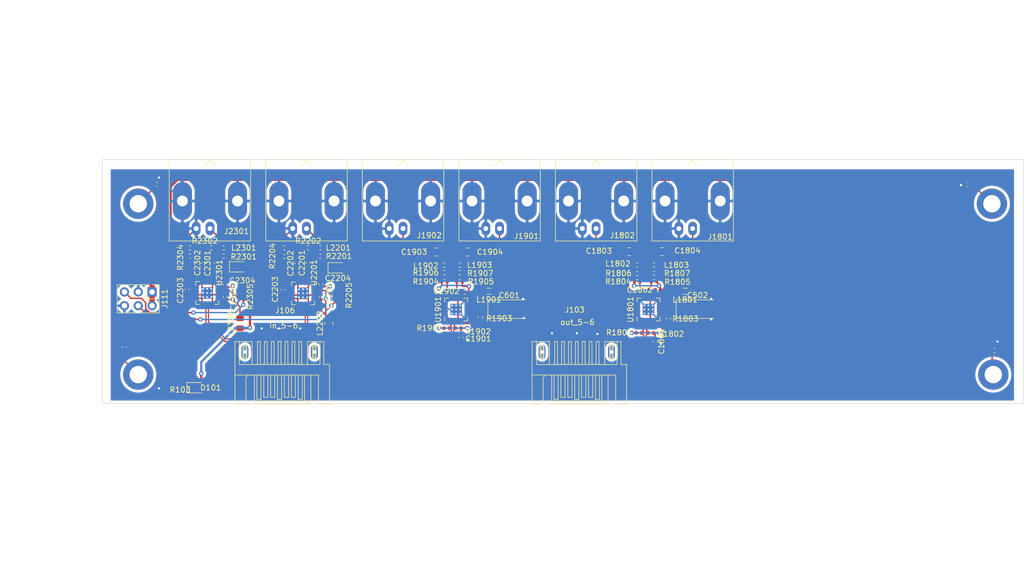
<source format=kicad_pcb>
(kicad_pcb (version 20171130) (host pcbnew "(5.1.7-0-10_14)")
  (layers (0 F.Cu signal) (31 B.Cu signal) (34 B.Paste user) (35 F.Paste user) (36 B.SilkS user) (37 F.SilkS user) (38 B.Mask user hide) (39 F.Mask user hide) (44 Edge.Cuts user))
  (net 0 "")
  (net 1 GND)
  (net 2 +3V3)
  (net 3 "Net-(C110-Pad1)")
  (net 4 "Net-(D101-Pad1)")
  (net 5 "Net-(C109-Pad1)")
  (net 6 "Net-(C1803-Pad2)")
  (net 7 "Net-(C1804-Pad2)")
  (net 8 "Net-(C1901-Pad1)")
  (net 9 "Net-(C1903-Pad2)")
  (net 10 "Net-(C1903-Pad1)")
  (net 11 "Net-(C1904-Pad1)")
  (net 12 "Net-(C1904-Pad2)")
  (net 13 "Net-(C2201-Pad2)")
  (net 14 "Net-(C2201-Pad1)")
  (net 15 "Net-(C2202-Pad1)")
  (net 16 "Net-(C2202-Pad2)")
  (net 17 "Net-(C2203-Pad2)")
  (net 18 "Net-(C2203-Pad1)")
  (net 19 "Net-(C2204-Pad1)")
  (net 20 "Net-(C2301-Pad1)")
  (net 21 "Net-(C2301-Pad2)")
  (net 22 "Net-(C2302-Pad2)")
  (net 23 "Net-(C2302-Pad1)")
  (net 24 "Net-(C2303-Pad1)")
  (net 25 "Net-(C2303-Pad2)")
  (net 26 "Net-(C2304-Pad1)")
  (net 27 "Net-(D2201-Pad1)")
  (net 28 "Net-(D2301-Pad1)")
  (net 29 "Net-(J2201-Pad1)")
  (net 30 "Net-(J2301-Pad1)")
  (net 31 /P5TX+)
  (net 32 /P5TX-)
  (net 33 /P6TX+)
  (net 34 /P6TX-)
  (net 35 "Net-(R1903-Pad1)")
  (net 36 /P5RX+)
  (net 37 /P5RX-)
  (net 38 /P6RX+)
  (net 39 /P6RX-)
  (net 40 "Net-(C1801-Pad1)")
  (net 41 "Net-(C1803-Pad1)")
  (net 42 "Net-(C1804-Pad1)")
  (net 43 "Net-(R1803-Pad1)")
  (net 44 "Net-(C121-Pad1)")
  (net 45 "Net-(C122-Pad1)")
  (net 46 /CD6)
  (net 47 /CD5)
  (net 48 "Net-(U1801-Pad16)")
  (net 49 "Net-(U1801-Pad13)")
  (net 50 "Net-(U1801-Pad8)")
  (net 51 "Net-(U1801-Pad7)")
  (net 52 "Net-(U1801-Pad5)")
  (net 53 "Net-(U1901-Pad5)")
  (net 54 "Net-(U1901-Pad7)")
  (net 55 "Net-(U1901-Pad8)")
  (net 56 "Net-(U1901-Pad13)")
  (net 57 "Net-(U1901-Pad16)")
  (net 58 "/SDI Out 5/CD_VCC")
  (net 59 "/SDI Out 6/CD_VCC")
  (net 60 "/SDI Out 5/SDO+")
  (net 61 "/SDI Out 5/SDO-")
  (net 62 "/SDI Out 6/SDO+")
  (net 63 "/SDI Out 6/SDO-")
  (module LED_SMD:LED_0805_2012Metric (layer F.Cu) (at 133.604 83.312)
    (fp_text reference D101 (at 2.667 0) (layer F.SilkS))
    (fp_text value pwr)
    (pad 1 smd roundrect (at -0.9375 0) (size 0.975 1.4) (layers F.Cu F.Paste F.Mask) (net 4 "Net-(D101-Pad1)"))
    (pad 2 smd roundrect (at 0.9375 0) (size 0.975 1.4) (layers F.Cu F.Paste F.Mask) (net 2 +3V3))
  )
  (module Inductor_SMD:L_0402_1005Metric (layer F.Cu) (at 128.755 83.693 180)
    (fp_text reference R103 (at -1.905 0) (layer F.SilkS))
    (fp_text value 1k)
    (pad 2 smd roundrect (at 0.485 0 180) (size 0.59 0.64) (layers F.Cu F.Paste F.Mask) (net 1 GND))
    (pad 1 smd roundrect (at -0.485 0 180) (size 0.59 0.64) (layers F.Cu F.Paste F.Mask) (net 4 "Net-(D101-Pad1)"))
  )
  (module Capacitor_Tantalum_SMD:CP_EIA-6032-20_AVX-F_Pad2.25x2.35mm_HandSolder (layer F.Cu) (at 191.272 68.834)
    (fp_text reference C601 (at 0 -2.55) (layer F.SilkS))
    (fp_text value 47uF)
    (pad 2 smd roundrect (at 2.55 0) (size 2.25 2.35) (layers F.Cu F.Paste F.Mask) (roundrect_rratio 0.111111) (net 1 GND))
    (pad 1 smd roundrect (at -2.55 0) (size 2.25 2.35) (layers F.Cu F.Paste F.Mask) (roundrect_rratio 0.111111) (net 59 "/SDI Out 6/CD_VCC"))
  )
  (module Capacitor_Tantalum_SMD:CP_EIA-6032-20_AVX-F_Pad2.25x2.35mm_HandSolder (layer F.Cu) (at 225.943 68.834)
    (fp_text reference C502 (at 0 -2.55) (layer F.SilkS))
    (fp_text value 47uF)
    (pad 2 smd roundrect (at 2.55 0) (size 2.25 2.35) (layers F.Cu F.Paste F.Mask) (roundrect_rratio 0.111111) (net 1 GND))
    (pad 1 smd roundrect (at -2.55 0) (size 2.25 2.35) (layers F.Cu F.Paste F.Mask) (roundrect_rratio 0.111111) (net 58 "/SDI Out 5/CD_VCC"))
  )
  (module MountingHole:MountingHole_3.2mm_M3_DIN965_Pad (layer F.Cu) (at 280.416 80.899)
    (fp_text reference J114 hide)
    (fp_text value mounting_hole)
    (pad 1 thru_hole circle (at 0 0) (size 5.6 5.6) (drill 3.2) (layers *.Cu *.Mask) (net 45 "Net-(C122-Pad1)"))
  )
  (module MountingHole:MountingHole_3.2mm_M3_DIN965_Pad (layer F.Cu) (at 122.936 80.899)
    (fp_text reference J113 hide)
    (fp_text value mounting_hole)
    (pad 1 thru_hole circle (at 0 0) (size 5.6 5.6) (drill 3.2) (layers *.Cu *.Mask) (net 44 "Net-(C121-Pad1)"))
  )
  (module Capacitor_SMD:C_0402_1005Metric (layer F.Cu) (at 280.67 76.454)
    (fp_text reference C122 hide)
    (fp_text value C)
    (pad 2 smd roundrect (at 0.48 0) (size 0.56 0.62) (layers F.Cu F.Paste F.Mask) (net 1 GND))
    (pad 1 smd roundrect (at -0.48 0) (size 0.56 0.62) (layers F.Cu F.Paste F.Mask) (net 45 "Net-(C122-Pad1)"))
  )
  (module Capacitor_SMD:C_0402_1005Metric (layer F.Cu) (at 120.396 75.819 90)
    (fp_text reference C121 hide)
    (fp_text value C)
    (pad 2 smd roundrect (at 0.48 0 90) (size 0.56 0.62) (layers F.Cu F.Paste F.Mask) (net 1 GND))
    (pad 1 smd roundrect (at -0.48 0 90) (size 0.56 0.62) (layers F.Cu F.Paste F.Mask) (net 44 "Net-(C121-Pad1)"))
  )
  (module Package_DFN_QFN:QFN-16-1EP_4x4mm_P0.65mm_EP2.1x2.1mm_ThermalVias (layer F.Cu) (at 153.289 65.913 270)
    (fp_text reference U2201 (at -3.81 -2.032 90) (layer F.SilkS))
    (fp_text value LMH0344)
    (pad 17 smd rect (at 0 0 270) (size 2.1 2.1) (layers B.Cu) (net 1 GND))
    (pad 17 thru_hole circle (at 0.75 0.75 270) (size 0.6 0.6) (drill 0.3) (layers *.Cu) (net 1 GND))
    (pad 17 thru_hole circle (at 0 0.75 270) (size 0.6 0.6) (drill 0.3) (layers *.Cu) (net 1 GND))
    (pad 17 thru_hole circle (at -0.75 0.75 270) (size 0.6 0.6) (drill 0.3) (layers *.Cu) (net 1 GND))
    (pad 17 thru_hole circle (at 0.75 0 270) (size 0.6 0.6) (drill 0.3) (layers *.Cu) (net 1 GND))
    (pad 17 thru_hole circle (at 0 0 270) (size 0.6 0.6) (drill 0.3) (layers *.Cu) (net 1 GND))
    (pad 17 thru_hole circle (at -0.75 0 270) (size 0.6 0.6) (drill 0.3) (layers *.Cu) (net 1 GND))
    (pad 17 thru_hole circle (at 0.75 -0.75 270) (size 0.6 0.6) (drill 0.3) (layers *.Cu) (net 1 GND))
    (pad 17 thru_hole circle (at 0 -0.75 270) (size 0.6 0.6) (drill 0.3) (layers *.Cu) (net 1 GND))
    (pad 17 thru_hole circle (at -0.75 -0.75 270) (size 0.6 0.6) (drill 0.3) (layers *.Cu) (net 1 GND))
    (pad 17 smd rect (at 0 0 270) (size 2.1 2.1) (layers F.Cu F.Mask) (net 1 GND))
    (pad 16 smd roundrect (at -0.975 -1.95 270) (size 0.3 0.85) (layers F.Cu F.Paste F.Mask) (net 19 "Net-(C2204-Pad1)"))
    (pad 15 smd roundrect (at -0.325 -1.95 270) (size 0.3 0.85) (layers F.Cu F.Paste F.Mask) (net 47 /CD5))
    (pad 14 smd roundrect (at 0.325 -1.95 270) (size 0.3 0.85) (layers F.Cu F.Paste F.Mask) (net 1 GND))
    (pad 13 smd roundrect (at 0.975 -1.95 270) (size 0.3 0.85) (layers F.Cu F.Paste F.Mask) (net 19 "Net-(C2204-Pad1)"))
    (pad 12 smd roundrect (at 1.95 -0.975 270) (size 0.85 0.3) (layers F.Cu F.Paste F.Mask) (net 1 GND))
    (pad 11 smd roundrect (at 1.95 -0.325 270) (size 0.85 0.3) (layers F.Cu F.Paste F.Mask) (net 36 /P5RX+))
    (pad 10 smd roundrect (at 1.95 0.325 270) (size 0.85 0.3) (layers F.Cu F.Paste F.Mask) (net 37 /P5RX-))
    (pad 9 smd roundrect (at 1.95 0.975 270) (size 0.85 0.3) (layers F.Cu F.Paste F.Mask) (net 1 GND))
    (pad 8 smd roundrect (at 0.975 1.95 270) (size 0.3 0.85) (layers F.Cu F.Paste F.Mask) (net 1 GND))
    (pad 7 smd roundrect (at 0.325 1.95 270) (size 0.3 0.85) (layers F.Cu F.Paste F.Mask) (net 1 GND))
    (pad 6 smd roundrect (at -0.325 1.95 270) (size 0.3 0.85) (layers F.Cu F.Paste F.Mask) (net 17 "Net-(C2203-Pad2)"))
    (pad 5 smd roundrect (at -0.975 1.95 270) (size 0.3 0.85) (layers F.Cu F.Paste F.Mask) (net 18 "Net-(C2203-Pad1)"))
    (pad 4 smd roundrect (at -1.95 0.975 270) (size 0.85 0.3) (layers F.Cu F.Paste F.Mask) (net 1 GND))
    (pad 3 smd roundrect (at -1.95 0.325 270) (size 0.85 0.3) (layers F.Cu F.Paste F.Mask) (net 15 "Net-(C2202-Pad1)"))
    (pad 2 smd roundrect (at -1.95 -0.325 270) (size 0.85 0.3) (layers F.Cu F.Paste F.Mask) (net 14 "Net-(C2201-Pad1)"))
    (pad 1 smd roundrect (at -1.95 -0.975 270) (size 0.85 0.3) (layers F.Cu F.Paste F.Mask) (net 1 GND))
  )
  (module Package_DFN_QFN:QFN-16-1EP_4x4mm_P0.65mm_EP2.1x2.1mm_ThermalVias (layer F.Cu) (at 216.916 68.8975 90)
    (fp_text reference U1801 (at 0 -3.32 90) (layer F.SilkS))
    (fp_text value LMH0303)
    (pad 17 smd rect (at 0 0 90) (size 2.1 2.1) (layers B.Cu) (net 1 GND))
    (pad 17 thru_hole circle (at 0.75 0.75 90) (size 0.6 0.6) (drill 0.3) (layers *.Cu) (net 1 GND))
    (pad 17 thru_hole circle (at 0 0.75 90) (size 0.6 0.6) (drill 0.3) (layers *.Cu) (net 1 GND))
    (pad 17 thru_hole circle (at -0.75 0.75 90) (size 0.6 0.6) (drill 0.3) (layers *.Cu) (net 1 GND))
    (pad 17 thru_hole circle (at 0.75 0 90) (size 0.6 0.6) (drill 0.3) (layers *.Cu) (net 1 GND))
    (pad 17 thru_hole circle (at 0 0 90) (size 0.6 0.6) (drill 0.3) (layers *.Cu) (net 1 GND))
    (pad 17 thru_hole circle (at -0.75 0 90) (size 0.6 0.6) (drill 0.3) (layers *.Cu) (net 1 GND))
    (pad 17 thru_hole circle (at 0.75 -0.75 90) (size 0.6 0.6) (drill 0.3) (layers *.Cu) (net 1 GND))
    (pad 17 thru_hole circle (at 0 -0.75 90) (size 0.6 0.6) (drill 0.3) (layers *.Cu) (net 1 GND))
    (pad 17 thru_hole circle (at -0.75 -0.75 90) (size 0.6 0.6) (drill 0.3) (layers *.Cu) (net 1 GND))
    (pad 17 smd rect (at 0 0 90) (size 2.1 2.1) (layers F.Cu F.Mask) (net 1 GND))
    (pad 16 smd roundrect (at -0.975 -1.95 90) (size 0.3 0.85) (layers F.Cu F.Paste F.Mask) (net 48 "Net-(U1801-Pad16)"))
    (pad 15 smd roundrect (at -0.325 -1.95 90) (size 0.3 0.85) (layers F.Cu F.Paste F.Mask))
    (pad 14 smd roundrect (at 0.325 -1.95 90) (size 0.3 0.85) (layers F.Cu F.Paste F.Mask))
    (pad 13 smd roundrect (at 0.975 -1.95 90) (size 0.3 0.85) (layers F.Cu F.Paste F.Mask) (net 49 "Net-(U1801-Pad13)"))
    (pad 12 smd roundrect (at 1.95 -0.975 90) (size 0.85 0.3) (layers F.Cu F.Paste F.Mask) (net 60 "/SDI Out 5/SDO+"))
    (pad 11 smd roundrect (at 1.95 -0.325 90) (size 0.85 0.3) (layers F.Cu F.Paste F.Mask) (net 61 "/SDI Out 5/SDO-"))
    (pad 10 smd roundrect (at 1.95 0.325 90) (size 0.85 0.3) (layers F.Cu F.Paste F.Mask) (net 1 GND))
    (pad 9 smd roundrect (at 1.95 0.975 90) (size 0.85 0.3) (layers F.Cu F.Paste F.Mask) (net 58 "/SDI Out 5/CD_VCC"))
    (pad 8 smd roundrect (at 0.975 1.95 90) (size 0.3 0.85) (layers F.Cu F.Paste F.Mask) (net 50 "Net-(U1801-Pad8)"))
    (pad 7 smd roundrect (at 0.325 1.95 90) (size 0.3 0.85) (layers F.Cu F.Paste F.Mask) (net 51 "Net-(U1801-Pad7)"))
    (pad 6 smd roundrect (at -0.325 1.95 90) (size 0.3 0.85) (layers F.Cu F.Paste F.Mask) (net 58 "/SDI Out 5/CD_VCC"))
    (pad 5 smd roundrect (at -0.975 1.95 90) (size 0.3 0.85) (layers F.Cu F.Paste F.Mask) (net 52 "Net-(U1801-Pad5)"))
    (pad 4 smd roundrect (at -1.95 0.975 90) (size 0.85 0.3) (layers F.Cu F.Paste F.Mask) (net 43 "Net-(R1803-Pad1)"))
    (pad 3 smd roundrect (at -1.95 0.325 90) (size 0.85 0.3) (layers F.Cu F.Paste F.Mask) (net 1 GND))
    (pad 2 smd roundrect (at -1.95 -0.325 90) (size 0.85 0.3) (layers F.Cu F.Paste F.Mask) (net 32 /P5TX-))
    (pad 1 smd roundrect (at -1.95 -0.975 90) (size 0.85 0.3) (layers F.Cu F.Paste F.Mask) (net 31 /P5TX+))
  )
  (module Resistor_SMD:R_0402_1005Metric (layer F.Cu) (at 217.932 62.23 180)
    (fp_text reference R1807 (at -4.2545 0) (layer F.SilkS))
    (fp_text value 75)
    (pad 2 smd roundrect (at 0.51 0 180) (size 0.54 0.64) (layers F.Cu F.Paste F.Mask) (net 61 "/SDI Out 5/SDO-"))
    (pad 1 smd roundrect (at -0.51 0 180) (size 0.54 0.64) (layers F.Cu F.Paste F.Mask) (net 42 "Net-(C1804-Pad1)"))
  )
  (module Resistor_SMD:R_0402_1005Metric (layer F.Cu) (at 214.8205 62.2935)
    (fp_text reference R1806 (at -3.429 -0.0635) (layer F.SilkS))
    (fp_text value 75)
    (pad 2 smd roundrect (at 0.51 0) (size 0.54 0.64) (layers F.Cu F.Paste F.Mask) (net 60 "/SDI Out 5/SDO+"))
    (pad 1 smd roundrect (at -0.51 0) (size 0.54 0.64) (layers F.Cu F.Paste F.Mask) (net 41 "Net-(C1803-Pad1)"))
  )
  (module Resistor_SMD:R_0402_1005Metric (layer F.Cu) (at 217.932 63.754 180)
    (fp_text reference R1805 (at -4.318 -0.0635) (layer F.SilkS))
    (fp_text value 75)
    (pad 2 smd roundrect (at 0.51 0 180) (size 0.54 0.64) (layers F.Cu F.Paste F.Mask) (net 61 "/SDI Out 5/SDO-"))
    (pad 1 smd roundrect (at -0.51 0 180) (size 0.54 0.64) (layers F.Cu F.Paste F.Mask) (net 58 "/SDI Out 5/CD_VCC"))
  )
  (module Resistor_SMD:R_0402_1005Metric (layer F.Cu) (at 214.8205 63.754)
    (fp_text reference R1804 (at -3.4925 0) (layer F.SilkS))
    (fp_text value 75)
    (pad 2 smd roundrect (at 0.51 0) (size 0.54 0.64) (layers F.Cu F.Paste F.Mask) (net 60 "/SDI Out 5/SDO+"))
    (pad 1 smd roundrect (at -0.51 0) (size 0.54 0.64) (layers F.Cu F.Paste F.Mask) (net 58 "/SDI Out 5/CD_VCC"))
  )
  (module Resistor_SMD:R_0402_1005Metric (layer F.Cu) (at 220.599 70.5485 90)
    (fp_text reference R1803 (at -0.0635 3.1115 180) (layer F.SilkS))
    (fp_text value 750)
    (pad 2 smd roundrect (at 0.51 0 90) (size 0.54 0.64) (layers F.Cu F.Paste F.Mask) (net 58 "/SDI Out 5/CD_VCC"))
    (pad 1 smd roundrect (at -0.51 0 90) (size 0.54 0.64) (layers F.Cu F.Paste F.Mask) (net 43 "Net-(R1803-Pad1)"))
  )
  (module Resistor_SMD:R_0402_1005Metric (layer F.Cu) (at 217.3605 73.2155)
    (fp_text reference R1802 (at 3.683 0.1905) (layer F.SilkS))
    (fp_text value 50)
    (pad 2 smd roundrect (at 0.51 0) (size 0.54 0.64) (layers F.Cu F.Paste F.Mask) (net 40 "Net-(C1801-Pad1)"))
    (pad 1 smd roundrect (at -0.51 0) (size 0.54 0.64) (layers F.Cu F.Paste F.Mask) (net 32 /P5TX-))
  )
  (module Resistor_SMD:R_0402_1005Metric (layer F.Cu) (at 215.138 73.2155)
    (fp_text reference R1801 (at -3.6195 -0.0635) (layer F.SilkS))
    (fp_text value 50)
    (pad 2 smd roundrect (at 0.51 0) (size 0.54 0.64) (layers F.Cu F.Paste F.Mask) (net 31 /P5TX+))
    (pad 1 smd roundrect (at -0.51 0) (size 0.54 0.64) (layers F.Cu F.Paste F.Mask) (net 40 "Net-(C1801-Pad1)"))
  )
  (module Resistor_SMD:R_0402_1005Metric (layer F.Cu) (at 217.932 60.706 180)
    (fp_text reference L1803 (at -4.1275 0) (layer F.SilkS))
    (fp_text value 3.9nH)
    (pad 2 smd roundrect (at 0.51 0 180) (size 0.54 0.64) (layers F.Cu F.Paste F.Mask) (net 61 "/SDI Out 5/SDO-"))
    (pad 1 smd roundrect (at -0.51 0 180) (size 0.54 0.64) (layers F.Cu F.Paste F.Mask) (net 42 "Net-(C1804-Pad1)"))
  )
  (module Resistor_SMD:R_0402_1005Metric (layer F.Cu) (at 214.8225 60.706 180)
    (fp_text reference L1802 (at 3.558 0.254) (layer F.SilkS))
    (fp_text value 3.9nH)
    (pad 2 smd roundrect (at 0.51 0 180) (size 0.54 0.64) (layers F.Cu F.Paste F.Mask) (net 41 "Net-(C1803-Pad1)"))
    (pad 1 smd roundrect (at -0.51 0 180) (size 0.54 0.64) (layers F.Cu F.Paste F.Mask) (net 60 "/SDI Out 5/SDO+"))
  )
  (module Inductor_SMD:L_0805_2012Metric (layer F.Cu) (at 223.647 65.532 180)
    (fp_text reference L1801 (at 0 -1.55) (layer F.SilkS))
    (fp_text value L)
    (pad 2 smd roundrect (at 1.0625 0 180) (size 0.875 1.2) (layers F.Cu F.Paste F.Mask) (net 58 "/SDI Out 5/CD_VCC"))
    (pad 1 smd roundrect (at -1.0625 0 180) (size 0.875 1.2) (layers F.Cu F.Paste F.Mask) (net 2 +3V3))
  )
  (module Capacitor_SMD:C_0805_2012Metric (layer F.Cu) (at 219.3925 58.2295)
    (fp_text reference C1804 (at 4.699 -0.1905) (layer F.SilkS))
    (fp_text value 4.7uF)
    (pad 2 smd roundrect (at 0.95 0) (size 1 1.45) (layers F.Cu F.Paste F.Mask) (net 7 "Net-(C1804-Pad2)"))
    (pad 1 smd roundrect (at -0.95 0) (size 1 1.45) (layers F.Cu F.Paste F.Mask) (net 42 "Net-(C1804-Pad1)"))
  )
  (module Capacitor_SMD:C_0805_2012Metric (layer F.Cu) (at 213.3575 58.2295 180)
    (fp_text reference C1803 (at 5.5855 0.127) (layer F.SilkS))
    (fp_text value 4.7uF)
    (pad 2 smd roundrect (at 0.95 0 180) (size 1 1.45) (layers F.Cu F.Paste F.Mask) (net 6 "Net-(C1803-Pad2)"))
    (pad 1 smd roundrect (at -0.95 0 180) (size 1 1.45) (layers F.Cu F.Paste F.Mask) (net 41 "Net-(C1803-Pad1)"))
  )
  (module Capacitor_SMD:C_0402_1005Metric (layer F.Cu) (at 218.6305 65.278)
    (fp_text reference C1802 (at -3.302 0) (layer F.SilkS))
    (fp_text value 0.1uF)
    (pad 2 smd roundrect (at 0.48 0) (size 0.56 0.62) (layers F.Cu F.Paste F.Mask) (net 58 "/SDI Out 5/CD_VCC"))
    (pad 1 smd roundrect (at -0.48 0) (size 0.56 0.62) (layers F.Cu F.Paste F.Mask) (net 1 GND))
  )
  (module Capacitor_SMD:C_0402_1005Metric (layer F.Cu) (at 218.1225 74.775 270)
    (fp_text reference C1801 (at 0 -1.16 90) (layer F.SilkS))
    (fp_text value 0.1uF)
    (pad 2 smd roundrect (at 0.48 0 270) (size 0.56 0.62) (layers F.Cu F.Paste F.Mask) (net 1 GND))
    (pad 1 smd roundrect (at -0.48 0 270) (size 0.56 0.62) (layers F.Cu F.Paste F.Mask) (net 40 "Net-(C1801-Pad1)"))
  )
  (module Connector_Coaxial:BNC_Amphenol_B6252HB-NPP3G-50_Horizontal (layer F.Cu) (at 171.704 53.975)
    (fp_text reference J1902 (at 4.826 1.27) (layer F.SilkS))
    (fp_text value OUTp8)
    (pad 2 thru_hole oval (at -5.08 -5.08) (size 3.5 7) (drill 2.01) (layers *.Cu *.Mask) (net 1 GND))
    (pad 2 thru_hole oval (at 5.08 -5.08) (size 3.5 7) (drill 2.01) (layers *.Cu *.Mask) (net 1 GND))
    (pad 1 thru_hole oval (at 0 0) (size 1.6 2.5) (drill 0.89) (layers *.Cu *.Mask) (net 9 "Net-(C1903-Pad2)"))
    (pad 2 thru_hole oval (at -2.54 0) (size 1.6 2.5) (drill 0.89) (layers *.Cu *.Mask) (net 1 GND))
  )
  (module Capacitor_SMD:C_0402_1005Metric (layer F.Cu) (at 131.953 65.179 270)
    (fp_text reference C2303 (at 0.226 1.27 90) (layer F.SilkS))
    (fp_text value 1uF)
    (pad 2 smd roundrect (at 0.48 0 270) (size 0.56 0.62) (layers F.Cu F.Paste F.Mask) (net 25 "Net-(C2303-Pad2)"))
    (pad 1 smd roundrect (at -0.48 0 270) (size 0.56 0.62) (layers F.Cu F.Paste F.Mask) (net 24 "Net-(C2303-Pad1)"))
  )
  (module Capacitor_SMD:C_0402_1005Metric (layer F.Cu) (at 135.001 60.325 90)
    (fp_text reference C2302 (at 0 -1.16 90) (layer F.SilkS))
    (fp_text value 1uF)
    (pad 2 smd roundrect (at 0.48 0 90) (size 0.56 0.62) (layers F.Cu F.Paste F.Mask) (net 22 "Net-(C2302-Pad2)"))
    (pad 1 smd roundrect (at -0.48 0 90) (size 0.56 0.62) (layers F.Cu F.Paste F.Mask) (net 23 "Net-(C2302-Pad1)"))
  )
  (module Capacitor_SMD:C_0402_1005Metric (layer F.Cu) (at 136.5885 60.325 90)
    (fp_text reference C2301 (at -0.0635 -0.889 270) (layer F.SilkS))
    (fp_text value 1uF)
    (pad 2 smd roundrect (at 0.48 0 90) (size 0.56 0.62) (layers F.Cu F.Paste F.Mask) (net 21 "Net-(C2301-Pad2)"))
    (pad 1 smd roundrect (at -0.48 0 90) (size 0.56 0.62) (layers F.Cu F.Paste F.Mask) (net 20 "Net-(C2301-Pad1)"))
  )
  (module Capacitor_SMD:C_0402_1005Metric (layer F.Cu) (at 149.606 65.25 270)
    (fp_text reference C2203 (at -0.0635 1.4605 90) (layer F.SilkS))
    (fp_text value 1uF)
    (pad 2 smd roundrect (at 0.48 0 270) (size 0.56 0.62) (layers F.Cu F.Paste F.Mask) (net 17 "Net-(C2203-Pad2)"))
    (pad 1 smd roundrect (at -0.48 0 270) (size 0.56 0.62) (layers F.Cu F.Paste F.Mask) (net 18 "Net-(C2203-Pad1)"))
  )
  (module Capacitor_SMD:C_0402_1005Metric (layer F.Cu) (at 152.146 60.386 90)
    (fp_text reference C2202 (at 0 -1.16 90) (layer F.SilkS))
    (fp_text value 1uF)
    (pad 2 smd roundrect (at 0.48 0 90) (size 0.56 0.62) (layers F.Cu F.Paste F.Mask) (net 16 "Net-(C2202-Pad2)"))
    (pad 1 smd roundrect (at -0.48 0 90) (size 0.56 0.62) (layers F.Cu F.Paste F.Mask) (net 15 "Net-(C2202-Pad1)"))
  )
  (module Capacitor_SMD:C_0402_1005Metric (layer F.Cu) (at 154.244 60.325 90)
    (fp_text reference C2201 (at 0 -1.16 90) (layer F.SilkS))
    (fp_text value 1uF)
    (pad 2 smd roundrect (at 0.48 0 90) (size 0.56 0.62) (layers F.Cu F.Paste F.Mask) (net 13 "Net-(C2201-Pad2)"))
    (pad 1 smd roundrect (at -0.48 0 90) (size 0.56 0.62) (layers F.Cu F.Paste F.Mask) (net 14 "Net-(C2201-Pad1)"))
  )
  (module Connector_PinHeader_2.54mm:PinHeader_2x03_P2.54mm_Vertical (layer F.Cu) (at 125.476 65.659 270)
    (fp_text reference J111 (at 1.27 -2.33 90) (layer F.SilkS))
    (fp_text value in_5-6aux_pwr)
    (pad 6 thru_hole oval (at 2.54 5.08 270) (size 1.7 1.7) (drill 1) (layers *.Cu *.Mask) (net 1 GND))
    (pad 5 thru_hole oval (at 0 5.08 270) (size 1.7 1.7) (drill 1) (layers *.Cu *.Mask) (net 46 /CD6))
    (pad 4 thru_hole oval (at 2.54 2.54 270) (size 1.7 1.7) (drill 1) (layers *.Cu *.Mask) (net 47 /CD5))
    (pad 3 thru_hole oval (at 0 2.54 270) (size 1.7 1.7) (drill 1) (layers *.Cu *.Mask) (net 1 GND))
    (pad 2 thru_hole oval (at 2.54 0 270) (size 1.7 1.7) (drill 1) (layers *.Cu *.Mask) (net 2 +3V3))
    (pad 1 thru_hole rect (at 0 0 270) (size 1.7 1.7) (drill 1) (layers *.Cu *.Mask) (net 2 +3V3))
  )
  (module Capacitor_SMD:C_0402_1005Metric (layer F.Cu) (at 126.365 45.847)
    (fp_text reference C110 hide)
    (fp_text value C)
    (pad 2 smd roundrect (at 0.48 0) (size 0.56 0.62) (layers F.Cu F.Paste F.Mask) (net 1 GND))
    (pad 1 smd roundrect (at -0.48 0) (size 0.56 0.62) (layers F.Cu F.Paste F.Mask) (net 3 "Net-(C110-Pad1)"))
  )
  (module Capacitor_SMD:C_0402_1005Metric (layer F.Cu) (at 275.689 45.847 180)
    (fp_text reference C109 hide)
    (fp_text value C)
    (pad 2 smd roundrect (at 0.48 0 180) (size 0.56 0.62) (layers F.Cu F.Paste F.Mask) (net 1 GND))
    (pad 1 smd roundrect (at -0.48 0 180) (size 0.56 0.62) (layers F.Cu F.Paste F.Mask) (net 5 "Net-(C109-Pad1)"))
  )
  (module Connector_Coaxial:BNC_Amphenol_B6252HB-NPP3G-50_Horizontal (layer F.Cu) (at 207.264 53.975)
    (fp_text reference J1802 (at 4.826 1.27) (layer F.SilkS))
    (fp_text value OUTp7)
    (pad 2 thru_hole oval (at -5.08 -5.08) (size 3.5 7) (drill 2.01) (layers *.Cu *.Mask) (net 1 GND))
    (pad 2 thru_hole oval (at 5.08 -5.08) (size 3.5 7) (drill 2.01) (layers *.Cu *.Mask) (net 1 GND))
    (pad 1 thru_hole oval (at 0 0) (size 1.6 2.5) (drill 0.89) (layers *.Cu *.Mask) (net 6 "Net-(C1803-Pad2)"))
    (pad 2 thru_hole oval (at -2.54 0) (size 1.6 2.5) (drill 0.89) (layers *.Cu *.Mask) (net 1 GND))
  )
  (module Connector_Coaxial:BNC_Amphenol_B6252HB-NPP3G-50_Horizontal (layer F.Cu) (at 225.044 53.975)
    (fp_text reference J1801 (at 5.08 1.524) (layer F.SilkS))
    (fp_text value OUTn7)
    (pad 2 thru_hole oval (at -2.54 0) (size 1.6 2.5) (drill 0.89) (layers *.Cu *.Mask) (net 1 GND))
    (pad 1 thru_hole oval (at 0 0) (size 1.6 2.5) (drill 0.89) (layers *.Cu *.Mask) (net 7 "Net-(C1804-Pad2)"))
    (pad 2 thru_hole oval (at 5.08 -5.08) (size 3.5 7) (drill 2.01) (layers *.Cu *.Mask) (net 1 GND))
    (pad 2 thru_hole oval (at -5.08 -5.08) (size 3.5 7) (drill 2.01) (layers *.Cu *.Mask) (net 1 GND))
  )
  (module Resistor_SMD:R_0805_2012Metric (layer F.Cu) (at 141.6685 71.4375 90)
    (fp_text reference L2302 (at 0 -1.65 90) (layer F.SilkS))
    (fp_text value bead)
    (pad 1 smd roundrect (at -0.9125 0 90) (size 1.025 1.4) (layers F.Cu F.Paste F.Mask) (roundrect_rratio 0.243902) (net 2 +3V3))
    (pad 2 smd roundrect (at 0.9125 0 90) (size 1.025 1.4) (layers F.Cu F.Paste F.Mask) (roundrect_rratio 0.243902) (net 26 "Net-(C2304-Pad1)"))
  )
  (module Resistor_SMD:R_0402_1005Metric (layer F.Cu) (at 138.684 57.531 180)
    (fp_text reference L2301 (at -3.683 0) (layer F.SilkS))
    (fp_text value 3.9nH)
    (pad 1 smd roundrect (at -0.51 0 180) (size 0.54 0.64) (layers F.Cu F.Paste F.Mask) (net 30 "Net-(J2301-Pad1)"))
    (pad 2 smd roundrect (at 0.51 0 180) (size 0.54 0.64) (layers F.Cu F.Paste F.Mask) (net 21 "Net-(C2301-Pad2)"))
  )
  (module LED_SMD:LED_0805_2012Metric (layer F.Cu) (at 141.4145 61.0235)
    (fp_text reference D2301 hide)
    (fp_text value IN_CD)
    (pad 1 smd roundrect (at -0.9375 0) (size 0.975 1.4) (layers F.Cu F.Paste F.Mask) (net 28 "Net-(D2301-Pad1)"))
    (pad 2 smd roundrect (at 0.9375 0) (size 0.975 1.4) (layers F.Cu F.Paste F.Mask) (net 2 +3V3))
  )
  (module Capacitor_SMD:C_0402_1005Metric (layer F.Cu) (at 138.938 66.576 90)
    (fp_text reference C2305 (at -0.155 1.524 90) (layer F.SilkS))
    (fp_text value 0.1uF)
    (pad 1 smd roundrect (at -0.48 0 90) (size 0.56 0.62) (layers F.Cu F.Paste F.Mask) (net 26 "Net-(C2304-Pad1)"))
    (pad 2 smd roundrect (at 0.48 0 90) (size 0.56 0.62) (layers F.Cu F.Paste F.Mask) (net 1 GND))
  )
  (module Connector_Coaxial:BNC_Amphenol_B6252HB-NPP3G-50_Horizontal (layer F.Cu) (at 136.144 53.975)
    (fp_text reference J2301 (at 4.8895 0.508) (layer F.SilkS))
    (fp_text value IN8)
    (pad 2 thru_hole oval (at -5.08 -5.08) (size 3.5 7) (drill 2.01) (layers *.Cu *.Mask) (net 1 GND))
    (pad 2 thru_hole oval (at 5.08 -5.08) (size 3.5 7) (drill 2.01) (layers *.Cu *.Mask) (net 1 GND))
    (pad 1 thru_hole oval (at 0 0) (size 1.6 2.5) (drill 0.89) (layers *.Cu *.Mask) (net 30 "Net-(J2301-Pad1)"))
    (pad 2 thru_hole oval (at -2.54 0) (size 1.6 2.5) (drill 0.89) (layers *.Cu *.Mask) (net 1 GND))
  )
  (module Capacitor_SMD:C_0402_1005Metric (layer F.Cu) (at 138.938 64.29 90)
    (fp_text reference C2304 (at 0.7265 3.175 180) (layer F.SilkS))
    (fp_text value 0.1uF)
    (pad 2 smd roundrect (at 0.48 0 90) (size 0.56 0.62) (layers F.Cu F.Paste F.Mask) (net 1 GND))
    (pad 1 smd roundrect (at -0.48 0 90) (size 0.56 0.62) (layers F.Cu F.Paste F.Mask) (net 26 "Net-(C2304-Pad1)"))
  )
  (module Package_DFN_QFN:QFN-16-1EP_4x4mm_P0.65mm_EP2.1x2.1mm_ThermalVias (layer F.Cu) (at 135.636 65.8495 270)
    (fp_text reference U2301 (at -3.7465 -2.2225 90) (layer F.SilkS))
    (fp_text value LMH0344)
    (pad 17 smd rect (at 0 0 270) (size 2.1 2.1) (layers B.Cu) (net 1 GND))
    (pad 17 thru_hole circle (at 0.75 0.75 270) (size 0.6 0.6) (drill 0.3) (layers *.Cu) (net 1 GND))
    (pad 17 thru_hole circle (at 0 0.75 270) (size 0.6 0.6) (drill 0.3) (layers *.Cu) (net 1 GND))
    (pad 17 thru_hole circle (at -0.75 0.75 270) (size 0.6 0.6) (drill 0.3) (layers *.Cu) (net 1 GND))
    (pad 17 thru_hole circle (at 0.75 0 270) (size 0.6 0.6) (drill 0.3) (layers *.Cu) (net 1 GND))
    (pad 17 thru_hole circle (at 0 0 270) (size 0.6 0.6) (drill 0.3) (layers *.Cu) (net 1 GND))
    (pad 17 thru_hole circle (at -0.75 0 270) (size 0.6 0.6) (drill 0.3) (layers *.Cu) (net 1 GND))
    (pad 17 thru_hole circle (at 0.75 -0.75 270) (size 0.6 0.6) (drill 0.3) (layers *.Cu) (net 1 GND))
    (pad 17 thru_hole circle (at 0 -0.75 270) (size 0.6 0.6) (drill 0.3) (layers *.Cu) (net 1 GND))
    (pad 17 thru_hole circle (at -0.75 -0.75 270) (size 0.6 0.6) (drill 0.3) (layers *.Cu) (net 1 GND))
    (pad 17 smd rect (at 0 0 270) (size 2.1 2.1) (layers F.Cu F.Mask) (net 1 GND))
    (pad 16 smd roundrect (at -0.975 -1.95 270) (size 0.3 0.85) (layers F.Cu F.Paste F.Mask) (net 26 "Net-(C2304-Pad1)"))
    (pad 15 smd roundrect (at -0.325 -1.95 270) (size 0.3 0.85) (layers F.Cu F.Paste F.Mask) (net 46 /CD6))
    (pad 14 smd roundrect (at 0.325 -1.95 270) (size 0.3 0.85) (layers F.Cu F.Paste F.Mask) (net 1 GND))
    (pad 13 smd roundrect (at 0.975 -1.95 270) (size 0.3 0.85) (layers F.Cu F.Paste F.Mask) (net 26 "Net-(C2304-Pad1)"))
    (pad 12 smd roundrect (at 1.95 -0.975 270) (size 0.85 0.3) (layers F.Cu F.Paste F.Mask) (net 1 GND))
    (pad 11 smd roundrect (at 1.95 -0.325 270) (size 0.85 0.3) (layers F.Cu F.Paste F.Mask) (net 38 /P6RX+))
    (pad 10 smd roundrect (at 1.95 0.325 270) (size 0.85 0.3) (layers F.Cu F.Paste F.Mask) (net 39 /P6RX-))
    (pad 9 smd roundrect (at 1.95 0.975 270) (size 0.85 0.3) (layers F.Cu F.Paste F.Mask) (net 1 GND))
    (pad 8 smd roundrect (at 0.975 1.95 270) (size 0.3 0.85) (layers F.Cu F.Paste F.Mask) (net 1 GND))
    (pad 7 smd roundrect (at 0.325 1.95 270) (size 0.3 0.85) (layers F.Cu F.Paste F.Mask) (net 1 GND))
    (pad 6 smd roundrect (at -0.325 1.95 270) (size 0.3 0.85) (layers F.Cu F.Paste F.Mask) (net 25 "Net-(C2303-Pad2)"))
    (pad 5 smd roundrect (at -0.975 1.95 270) (size 0.3 0.85) (layers F.Cu F.Paste F.Mask) (net 24 "Net-(C2303-Pad1)"))
    (pad 4 smd roundrect (at -1.95 0.975 270) (size 0.85 0.3) (layers F.Cu F.Paste F.Mask) (net 1 GND))
    (pad 3 smd roundrect (at -1.95 0.325 270) (size 0.85 0.3) (layers F.Cu F.Paste F.Mask) (net 23 "Net-(C2302-Pad1)"))
    (pad 2 smd roundrect (at -1.95 -0.325 270) (size 0.85 0.3) (layers F.Cu F.Paste F.Mask) (net 20 "Net-(C2301-Pad1)"))
    (pad 1 smd roundrect (at -1.95 -0.975 270) (size 0.85 0.3) (layers F.Cu F.Paste F.Mask) (net 1 GND))
  )
  (module Resistor_SMD:R_0402_1005Metric (layer F.Cu) (at 132.461 57.531)
    (fp_text reference R2303 hide)
    (fp_text value -)
    (pad 2 smd roundrect (at 0.51 0) (size 0.54 0.64) (layers F.Cu F.Paste F.Mask) (net 22 "Net-(C2302-Pad2)"))
    (pad 1 smd roundrect (at -0.51 0) (size 0.54 0.64) (layers F.Cu F.Paste F.Mask) (net 1 GND))
  )
  (module Resistor_SMD:R_0402_1005Metric (layer F.Cu) (at 132.461 59.055 180)
    (fp_text reference R2304 (at 1.778 -0.254 90) (layer F.SilkS))
    (fp_text value 37.4)
    (pad 2 smd roundrect (at 0.51 0 180) (size 0.54 0.64) (layers F.Cu F.Paste F.Mask) (net 1 GND))
    (pad 1 smd roundrect (at -0.51 0 180) (size 0.54 0.64) (layers F.Cu F.Paste F.Mask) (net 22 "Net-(C2302-Pad2)"))
  )
  (module Resistor_SMD:R_0402_1005Metric (layer F.Cu) (at 136.398 57.531 180)
    (fp_text reference R2302 (at 1.2065 1.27) (layer F.SilkS))
    (fp_text value 75)
    (pad 2 smd roundrect (at 0.51 0 180) (size 0.54 0.64) (layers F.Cu F.Paste F.Mask) (net 1 GND))
    (pad 1 smd roundrect (at -0.51 0 180) (size 0.54 0.64) (layers F.Cu F.Paste F.Mask) (net 21 "Net-(C2301-Pad2)"))
  )
  (module Resistor_SMD:R_0402_1005Metric (layer F.Cu) (at 138.684 59.055)
    (fp_text reference R2301 (at 3.683 0.127) (layer F.SilkS))
    (fp_text value 75)
    (pad 2 smd roundrect (at 0.51 0) (size 0.54 0.64) (layers F.Cu F.Paste F.Mask) (net 30 "Net-(J2301-Pad1)"))
    (pad 1 smd roundrect (at -0.51 0) (size 0.54 0.64) (layers F.Cu F.Paste F.Mask) (net 21 "Net-(C2301-Pad2)"))
  )
  (module Inductor_SMD:L_0402_1005Metric (layer F.Cu) (at 142.367 66.548 270)
    (fp_text reference R2305 (at 0 -1.17 90) (layer F.SilkS))
    (fp_text value 1k)
    (pad 1 smd roundrect (at -0.485 0 270) (size 0.59 0.64) (layers F.Cu F.Paste F.Mask) (net 28 "Net-(D2301-Pad1)"))
    (pad 2 smd roundrect (at 0.485 0 270) (size 0.59 0.64) (layers F.Cu F.Paste F.Mask) (net 46 /CD6))
  )
  (module MountingHole:MountingHole_3.2mm_M3_DIN965_Pad (layer F.Cu) (at 280.162 49.403)
    (fp_text reference J104 hide)
    (fp_text value mounting_hole hide)
    (pad 1 thru_hole circle (at 0 0) (size 5.6 5.6) (drill 3.2) (layers *.Cu *.Mask) (net 5 "Net-(C109-Pad1)"))
  )
  (module MountingHole:MountingHole_3.2mm_M3_DIN965_Pad (layer F.Cu) (at 122.936 49.403)
    (fp_text reference J105 hide)
    (fp_text value mounting_hole hide)
    (pad 1 thru_hole circle (at 0 0) (size 5.6 5.6) (drill 3.2) (layers *.Cu *.Mask) (net 3 "Net-(C110-Pad1)"))
  )
  (module Capacitor_SMD:C_0402_1005Metric (layer F.Cu) (at 182.372 74.041 270)
    (fp_text reference C1901 (at 0.254 -3.175 180) (layer F.SilkS))
    (fp_text value 0.1uF)
    (pad 2 smd roundrect (at 0.48 0 270) (size 0.56 0.62) (layers F.Cu F.Paste F.Mask) (net 1 GND))
    (pad 1 smd roundrect (at -0.48 0 270) (size 0.56 0.62) (layers F.Cu F.Paste F.Mask) (net 8 "Net-(C1901-Pad1)"))
  )
  (module Capacitor_SMD:C_0402_1005Metric (layer F.Cu) (at 183.0705 65.7225)
    (fp_text reference C1902 (at -3.3655 -0.1905) (layer F.SilkS))
    (fp_text value 0.1uF)
    (pad 1 smd roundrect (at -0.48 0) (size 0.56 0.62) (layers F.Cu F.Paste F.Mask) (net 1 GND))
    (pad 2 smd roundrect (at 0.48 0) (size 0.56 0.62) (layers F.Cu F.Paste F.Mask) (net 59 "/SDI Out 6/CD_VCC"))
  )
  (module Capacitor_SMD:C_0805_2012Metric (layer F.Cu) (at 177.866 58.293 180)
    (fp_text reference C1903 (at 4.13 0) (layer F.SilkS))
    (fp_text value 4.7uF)
    (pad 2 smd roundrect (at 0.95 0 180) (size 1 1.45) (layers F.Cu F.Paste F.Mask) (net 9 "Net-(C1903-Pad2)"))
    (pad 1 smd roundrect (at -0.95 0 180) (size 1 1.45) (layers F.Cu F.Paste F.Mask) (net 10 "Net-(C1903-Pad1)"))
  )
  (module Capacitor_SMD:C_0805_2012Metric (layer F.Cu) (at 183.581 58.293)
    (fp_text reference C1904 (at 4.125 0) (layer F.SilkS))
    (fp_text value 4.7uF)
    (pad 2 smd roundrect (at 0.95 0) (size 1 1.45) (layers F.Cu F.Paste F.Mask) (net 12 "Net-(C1904-Pad2)"))
    (pad 1 smd roundrect (at -0.95 0) (size 1 1.45) (layers F.Cu F.Paste F.Mask) (net 11 "Net-(C1904-Pad1)"))
  )
  (module Capacitor_SMD:C_0402_1005Metric (layer F.Cu) (at 156.591 64.1985 90)
    (fp_text reference C2204 (at 1.0795 3.1115 180) (layer F.SilkS))
    (fp_text value 0.1uF)
    (pad 1 smd roundrect (at -0.48 0 90) (size 0.56 0.62) (layers F.Cu F.Paste F.Mask) (net 19 "Net-(C2204-Pad1)"))
    (pad 2 smd roundrect (at 0.48 0 90) (size 0.56 0.62) (layers F.Cu F.Paste F.Mask) (net 1 GND))
  )
  (module Capacitor_SMD:C_0402_1005Metric (layer F.Cu) (at 156.591 66.576 90)
    (fp_text reference C2205 (at 0.2185 1.5875 90) (layer F.SilkS))
    (fp_text value 0.1uF)
    (pad 2 smd roundrect (at 0.48 0 90) (size 0.56 0.62) (layers F.Cu F.Paste F.Mask) (net 1 GND))
    (pad 1 smd roundrect (at -0.48 0 90) (size 0.56 0.62) (layers F.Cu F.Paste F.Mask) (net 19 "Net-(C2204-Pad1)"))
  )
  (module LED_SMD:LED_0805_2012Metric (layer F.Cu) (at 159.5755 61.214)
    (fp_text reference D2201 hide)
    (fp_text value IN_CD)
    (pad 2 smd roundrect (at 0.9375 0) (size 0.975 1.4) (layers F.Cu F.Paste F.Mask) (net 2 +3V3))
    (pad 1 smd roundrect (at -0.9375 0) (size 0.975 1.4) (layers F.Cu F.Paste F.Mask) (net 27 "Net-(D2201-Pad1)"))
  )
  (module Connector_Coaxial:BNC_Amphenol_B6252HB-NPP3G-50_Horizontal (layer F.Cu) (at 189.484 53.975)
    (fp_text reference J1901 (at 4.953 1.397) (layer F.SilkS))
    (fp_text value OUTn8)
    (pad 2 thru_hole oval (at -2.54 0) (size 1.6 2.5) (drill 0.89) (layers *.Cu *.Mask) (net 1 GND))
    (pad 1 thru_hole oval (at 0 0) (size 1.6 2.5) (drill 0.89) (layers *.Cu *.Mask) (net 12 "Net-(C1904-Pad2)"))
    (pad 2 thru_hole oval (at 5.08 -5.08) (size 3.5 7) (drill 2.01) (layers *.Cu *.Mask) (net 1 GND))
    (pad 2 thru_hole oval (at -5.08 -5.08) (size 3.5 7) (drill 2.01) (layers *.Cu *.Mask) (net 1 GND))
  )
  (module Connector_Coaxial:BNC_Amphenol_B6252HB-NPP3G-50_Horizontal (layer F.Cu) (at 153.924 53.975)
    (fp_text reference J2201 hide)
    (fp_text value IN7)
    (pad 2 thru_hole oval (at -5.08 -5.08) (size 3.5 7) (drill 2.01) (layers *.Cu *.Mask) (net 1 GND))
    (pad 2 thru_hole oval (at 5.08 -5.08) (size 3.5 7) (drill 2.01) (layers *.Cu *.Mask) (net 1 GND))
    (pad 1 thru_hole oval (at 0 0) (size 1.6 2.5) (drill 0.89) (layers *.Cu *.Mask) (net 29 "Net-(J2201-Pad1)"))
    (pad 2 thru_hole oval (at -2.54 0) (size 1.6 2.5) (drill 0.89) (layers *.Cu *.Mask) (net 1 GND))
  )
  (module Inductor_SMD:L_0805_2012Metric (layer F.Cu) (at 187.5155 65.532 180)
    (fp_text reference L1901 (at 0 -1.55) (layer F.SilkS))
    (fp_text value L)
    (pad 2 smd roundrect (at 1.0625 0 180) (size 0.875 1.2) (layers F.Cu F.Paste F.Mask) (net 59 "/SDI Out 6/CD_VCC"))
    (pad 1 smd roundrect (at -1.0625 0 180) (size 0.875 1.2) (layers F.Cu F.Paste F.Mask) (net 2 +3V3))
  )
  (module Resistor_SMD:R_0402_1005Metric (layer F.Cu) (at 179.324 60.706 180)
    (fp_text reference L1902 (at 3.429 -0.127) (layer F.SilkS))
    (fp_text value 3.9nH)
    (pad 1 smd roundrect (at -0.51 0 180) (size 0.54 0.64) (layers F.Cu F.Paste F.Mask) (net 62 "/SDI Out 6/SDO+"))
    (pad 2 smd roundrect (at 0.51 0 180) (size 0.54 0.64) (layers F.Cu F.Paste F.Mask) (net 10 "Net-(C1903-Pad1)"))
  )
  (module Resistor_SMD:R_0402_1005Metric (layer F.Cu) (at 182.118 60.706 180)
    (fp_text reference L1903 (at -3.685 0) (layer F.SilkS))
    (fp_text value 3.9nH)
    (pad 1 smd roundrect (at -0.51 0 180) (size 0.54 0.64) (layers F.Cu F.Paste F.Mask) (net 11 "Net-(C1904-Pad1)"))
    (pad 2 smd roundrect (at 0.51 0 180) (size 0.54 0.64) (layers F.Cu F.Paste F.Mask) (net 63 "/SDI Out 6/SDO-"))
  )
  (module Resistor_SMD:R_0402_1005Metric (layer F.Cu) (at 156.462 57.531 180)
    (fp_text reference L2201 (at -3.304 0) (layer F.SilkS))
    (fp_text value 3.9nH)
    (pad 2 smd roundrect (at 0.51 0 180) (size 0.54 0.64) (layers F.Cu F.Paste F.Mask) (net 13 "Net-(C2201-Pad2)"))
    (pad 1 smd roundrect (at -0.51 0 180) (size 0.54 0.64) (layers F.Cu F.Paste F.Mask) (net 29 "Net-(J2201-Pad1)"))
  )
  (module Resistor_SMD:R_0805_2012Metric (layer F.Cu) (at 158.0515 71.4375 90)
    (fp_text reference L2202 (at 0 -1.65 90) (layer F.SilkS))
    (fp_text value bead)
    (pad 2 smd roundrect (at 0.9125 0 90) (size 1.025 1.4) (layers F.Cu F.Paste F.Mask) (roundrect_rratio 0.243902) (net 19 "Net-(C2204-Pad1)"))
    (pad 1 smd roundrect (at -0.9125 0 90) (size 1.025 1.4) (layers F.Cu F.Paste F.Mask) (roundrect_rratio 0.243902) (net 2 +3V3))
  )
  (module Resistor_SMD:R_0402_1005Metric (layer F.Cu) (at 179.7685 72.3265)
    (fp_text reference R1901 (at -3.175 0) (layer F.SilkS))
    (fp_text value 50)
    (pad 1 smd roundrect (at -0.51 0) (size 0.54 0.64) (layers F.Cu F.Paste F.Mask) (net 8 "Net-(C1901-Pad1)"))
    (pad 2 smd roundrect (at 0.51 0) (size 0.54 0.64) (layers F.Cu F.Paste F.Mask) (net 33 /P6TX+))
  )
  (module Resistor_SMD:R_0402_1005Metric (layer F.Cu) (at 181.864 72.3265)
    (fp_text reference R1902 (at 3.6195 0.635) (layer F.SilkS))
    (fp_text value 50)
    (pad 2 smd roundrect (at 0.51 0) (size 0.54 0.64) (layers F.Cu F.Paste F.Mask) (net 8 "Net-(C1901-Pad1)"))
    (pad 1 smd roundrect (at -0.51 0) (size 0.54 0.64) (layers F.Cu F.Paste F.Mask) (net 34 /P6TX-))
  )
  (module Resistor_SMD:R_0402_1005Metric (layer F.Cu) (at 185.928 70.358 90)
    (fp_text reference R1903 (at -0.1905 3.4925 180) (layer F.SilkS))
    (fp_text value 750)
    (pad 1 smd roundrect (at -0.51 0 90) (size 0.54 0.64) (layers F.Cu F.Paste F.Mask) (net 35 "Net-(R1903-Pad1)"))
    (pad 2 smd roundrect (at 0.51 0 90) (size 0.54 0.64) (layers F.Cu F.Paste F.Mask) (net 59 "/SDI Out 6/CD_VCC"))
  )
  (module Resistor_SMD:R_0402_1005Metric (layer F.Cu) (at 179.324 63.754)
    (fp_text reference R1904 (at -3.429 0) (layer F.SilkS))
    (fp_text value 75)
    (pad 1 smd roundrect (at -0.51 0) (size 0.54 0.64) (layers F.Cu F.Paste F.Mask) (net 59 "/SDI Out 6/CD_VCC"))
    (pad 2 smd roundrect (at 0.51 0) (size 0.54 0.64) (layers F.Cu F.Paste F.Mask) (net 62 "/SDI Out 6/SDO+"))
  )
  (module Resistor_SMD:R_0402_1005Metric (layer F.Cu) (at 182.118 63.754 180)
    (fp_text reference R1905 (at -3.935 0) (layer F.SilkS))
    (fp_text value 75)
    (pad 2 smd roundrect (at 0.51 0 180) (size 0.54 0.64) (layers F.Cu F.Paste F.Mask) (net 63 "/SDI Out 6/SDO-"))
    (pad 1 smd roundrect (at -0.51 0 180) (size 0.54 0.64) (layers F.Cu F.Paste F.Mask) (net 59 "/SDI Out 6/CD_VCC"))
  )
  (module Resistor_SMD:R_0402_1005Metric (layer F.Cu) (at 179.324 62.103)
    (fp_text reference R1906 (at -3.429 0) (layer F.SilkS))
    (fp_text value 75)
    (pad 1 smd roundrect (at -0.51 0) (size 0.54 0.64) (layers F.Cu F.Paste F.Mask) (net 10 "Net-(C1903-Pad1)"))
    (pad 2 smd roundrect (at 0.51 0) (size 0.54 0.64) (layers F.Cu F.Paste F.Mask) (net 62 "/SDI Out 6/SDO+"))
  )
  (module Resistor_SMD:R_0402_1005Metric (layer F.Cu) (at 182.118 62.103 180)
    (fp_text reference R1907 (at -3.81 -0.127) (layer F.SilkS))
    (fp_text value 75)
    (pad 2 smd roundrect (at 0.51 0 180) (size 0.54 0.64) (layers F.Cu F.Paste F.Mask) (net 63 "/SDI Out 6/SDO-"))
    (pad 1 smd roundrect (at -0.51 0 180) (size 0.54 0.64) (layers F.Cu F.Paste F.Mask) (net 11 "Net-(C1904-Pad1)"))
  )
  (module Resistor_SMD:R_0402_1005Metric (layer F.Cu) (at 156.464 59.055)
    (fp_text reference R2201 (at 3.429 0) (layer F.SilkS))
    (fp_text value 75)
    (pad 1 smd roundrect (at -0.51 0) (size 0.54 0.64) (layers F.Cu F.Paste F.Mask) (net 13 "Net-(C2201-Pad2)"))
    (pad 2 smd roundrect (at 0.51 0) (size 0.54 0.64) (layers F.Cu F.Paste F.Mask) (net 29 "Net-(J2201-Pad1)"))
  )
  (module Resistor_SMD:R_0402_1005Metric (layer F.Cu) (at 154.176 57.531 180)
    (fp_text reference R2202 (at -0.0655 1.27) (layer F.SilkS))
    (fp_text value 75)
    (pad 1 smd roundrect (at -0.51 0 180) (size 0.54 0.64) (layers F.Cu F.Paste F.Mask) (net 13 "Net-(C2201-Pad2)"))
    (pad 2 smd roundrect (at 0.51 0 180) (size 0.54 0.64) (layers F.Cu F.Paste F.Mask) (net 1 GND))
  )
  (module Resistor_SMD:R_0402_1005Metric (layer F.Cu) (at 149.858 57.531)
    (fp_text reference R2203 hide)
    (fp_text value -)
    (pad 1 smd roundrect (at -0.51 0) (size 0.54 0.64) (layers F.Cu F.Paste F.Mask) (net 1 GND))
    (pad 2 smd roundrect (at 0.51 0) (size 0.54 0.64) (layers F.Cu F.Paste F.Mask) (net 16 "Net-(C2202-Pad2)"))
  )
  (module Resistor_SMD:R_0402_1005Metric (layer F.Cu) (at 149.858 59.1185 180)
    (fp_text reference R2204 (at 2.2205 0.0635 270) (layer F.SilkS))
    (fp_text value 37.4)
    (pad 2 smd roundrect (at 0.51 0 180) (size 0.54 0.64) (layers F.Cu F.Paste F.Mask) (net 1 GND))
    (pad 1 smd roundrect (at -0.51 0 180) (size 0.54 0.64) (layers F.Cu F.Paste F.Mask) (net 16 "Net-(C2202-Pad2)"))
  )
  (module Inductor_SMD:L_0402_1005Metric (layer F.Cu) (at 160.4645 66.167 270)
    (fp_text reference R2205 (at 0.127 -1.27 90) (layer F.SilkS))
    (fp_text value 1k)
    (pad 2 smd roundrect (at 0.485 0 270) (size 0.59 0.64) (layers F.Cu F.Paste F.Mask) (net 47 /CD5))
    (pad 1 smd roundrect (at -0.485 0 270) (size 0.59 0.64) (layers F.Cu F.Paste F.Mask) (net 27 "Net-(D2201-Pad1)"))
  )
  (module Package_DFN_QFN:QFN-16-1EP_4x4mm_P0.65mm_EP2.1x2.1mm_ThermalVias (layer F.Cu) (at 181.483 68.8975 90)
    (fp_text reference U1901 (at 0 -3.32 90) (layer F.SilkS))
    (fp_text value LMH0303)
    (pad 1 smd roundrect (at -1.95 -0.975 90) (size 0.85 0.3) (layers F.Cu F.Paste F.Mask) (net 33 /P6TX+))
    (pad 2 smd roundrect (at -1.95 -0.325 90) (size 0.85 0.3) (layers F.Cu F.Paste F.Mask) (net 34 /P6TX-))
    (pad 3 smd roundrect (at -1.95 0.325 90) (size 0.85 0.3) (layers F.Cu F.Paste F.Mask) (net 1 GND))
    (pad 4 smd roundrect (at -1.95 0.975 90) (size 0.85 0.3) (layers F.Cu F.Paste F.Mask) (net 35 "Net-(R1903-Pad1)"))
    (pad 5 smd roundrect (at -0.975 1.95 90) (size 0.3 0.85) (layers F.Cu F.Paste F.Mask) (net 53 "Net-(U1901-Pad5)"))
    (pad 6 smd roundrect (at -0.325 1.95 90) (size 0.3 0.85) (layers F.Cu F.Paste F.Mask) (net 59 "/SDI Out 6/CD_VCC"))
    (pad 7 smd roundrect (at 0.325 1.95 90) (size 0.3 0.85) (layers F.Cu F.Paste F.Mask) (net 54 "Net-(U1901-Pad7)"))
    (pad 8 smd roundrect (at 0.975 1.95 90) (size 0.3 0.85) (layers F.Cu F.Paste F.Mask) (net 55 "Net-(U1901-Pad8)"))
    (pad 9 smd roundrect (at 1.95 0.975 90) (size 0.85 0.3) (layers F.Cu F.Paste F.Mask) (net 59 "/SDI Out 6/CD_VCC"))
    (pad 10 smd roundrect (at 1.95 0.325 90) (size 0.85 0.3) (layers F.Cu F.Paste F.Mask) (net 1 GND))
    (pad 11 smd roundrect (at 1.95 -0.325 90) (size 0.85 0.3) (layers F.Cu F.Paste F.Mask) (net 63 "/SDI Out 6/SDO-"))
    (pad 12 smd roundrect (at 1.95 -0.975 90) (size 0.85 0.3) (layers F.Cu F.Paste F.Mask) (net 62 "/SDI Out 6/SDO+"))
    (pad 13 smd roundrect (at 0.975 -1.95 90) (size 0.3 0.85) (layers F.Cu F.Paste F.Mask) (net 56 "Net-(U1901-Pad13)"))
    (pad 14 smd roundrect (at 0.325 -1.95 90) (size 0.3 0.85) (layers F.Cu F.Paste F.Mask))
    (pad 15 smd roundrect (at -0.325 -1.95 90) (size 0.3 0.85) (layers F.Cu F.Paste F.Mask))
    (pad 16 smd roundrect (at -0.975 -1.95 90) (size 0.3 0.85) (layers F.Cu F.Paste F.Mask) (net 57 "Net-(U1901-Pad16)"))
    (pad 17 smd rect (at 0 0 90) (size 2.1 2.1) (layers F.Cu F.Mask) (net 1 GND))
    (pad 17 thru_hole circle (at -0.75 -0.75 90) (size 0.6 0.6) (drill 0.3) (layers *.Cu) (net 1 GND))
    (pad 17 thru_hole circle (at 0 -0.75 90) (size 0.6 0.6) (drill 0.3) (layers *.Cu) (net 1 GND))
    (pad 17 thru_hole circle (at 0.75 -0.75 90) (size 0.6 0.6) (drill 0.3) (layers *.Cu) (net 1 GND))
    (pad 17 thru_hole circle (at -0.75 0 90) (size 0.6 0.6) (drill 0.3) (layers *.Cu) (net 1 GND))
    (pad 17 thru_hole circle (at 0 0 90) (size 0.6 0.6) (drill 0.3) (layers *.Cu) (net 1 GND))
    (pad 17 thru_hole circle (at 0.75 0 90) (size 0.6 0.6) (drill 0.3) (layers *.Cu) (net 1 GND))
    (pad 17 thru_hole circle (at -0.75 0.75 90) (size 0.6 0.6) (drill 0.3) (layers *.Cu) (net 1 GND))
    (pad 17 thru_hole circle (at 0 0.75 90) (size 0.6 0.6) (drill 0.3) (layers *.Cu) (net 1 GND))
    (pad 17 thru_hole circle (at 0.75 0.75 90) (size 0.6 0.6) (drill 0.3) (layers *.Cu) (net 1 GND))
    (pad 17 smd rect (at 0 0 90) (size 2.1 2.1) (layers B.Cu) (net 1 GND))
  )
  (module hardware:SATA-7_SMD (layer F.Cu) (at 203.708 85.979)
    (fp_text reference J103 (at -0.381 -17.018) (layer F.SilkS))
    (fp_text value out_5-6 (at 0.127 -14.732) (layer F.SilkS))
    (pad MP thru_hole oval (at 6.39826 -9.24814) (size 1.27 2.54) (drill 0.6985) (layers *.Cu F.Paste F.Mask))
    (pad MP thru_hole oval (at -6.39826 -9.24814) (size 1.27 2.54) (drill 0.6985) (layers *.Cu F.Paste F.Mask))
    (pad 7 smd rect (at 3.81 -11.19886) (size 0.99822 2.09804) (layers F.Cu F.Paste F.Mask) (net 1 GND))
    (pad 6 smd rect (at 2.54 -11.19886) (size 0.99822 2.09804) (layers F.Cu F.Paste F.Mask) (net 32 /P5TX-))
    (pad 5 smd rect (at 1.27 -11.19886) (size 0.99822 2.09804) (layers F.Cu F.Paste F.Mask) (net 31 /P5TX+))
    (pad 4 smd rect (at 0 -11.19886) (size 0.99822 2.09804) (layers F.Cu F.Paste F.Mask) (net 1 GND))
    (pad 3 smd rect (at -1.27 -11.19886) (size 0.99822 2.09804) (layers F.Cu F.Paste F.Mask) (net 34 /P6TX-))
    (pad 2 smd rect (at -2.54 -11.19886) (size 0.99822 2.09804) (layers F.Cu F.Paste F.Mask) (net 33 /P6TX+))
    (pad 1 smd rect (at -3.81 -11.19886) (size 0.99822 2.09804) (layers F.Cu F.Paste F.Mask) (net 1 GND))
  )
  (module hardware:SATA-7_SMD (layer F.Cu) (at 148.971 85.979)
    (fp_text reference J106 (at 1.016 -16.891) (layer F.SilkS))
    (fp_text value in_5-6 (at 0.762 -14.097) (layer F.SilkS))
    (pad 1 smd rect (at -3.81 -11.19886) (size 0.99822 2.09804) (layers F.Cu F.Paste F.Mask) (net 1 GND))
    (pad 2 smd rect (at -2.54 -11.19886) (size 0.99822 2.09804) (layers F.Cu F.Paste F.Mask) (net 38 /P6RX+))
    (pad 3 smd rect (at -1.27 -11.19886) (size 0.99822 2.09804) (layers F.Cu F.Paste F.Mask) (net 39 /P6RX-))
    (pad 4 smd rect (at 0 -11.19886) (size 0.99822 2.09804) (layers F.Cu F.Paste F.Mask) (net 1 GND))
    (pad 5 smd rect (at 1.27 -11.19886) (size 0.99822 2.09804) (layers F.Cu F.Paste F.Mask) (net 36 /P5RX+))
    (pad 6 smd rect (at 2.54 -11.19886) (size 0.99822 2.09804) (layers F.Cu F.Paste F.Mask) (net 37 /P5RX-))
    (pad 7 smd rect (at 3.81 -11.19886) (size 0.99822 2.09804) (layers F.Cu F.Paste F.Mask) (net 1 GND))
    (pad M1 thru_hole oval (at -6.39826 -9.24814) (size 1.27 2.54) (drill 0.6985) (layers F&B.Cu F.Paste F.Mask))
    (pad M2 thru_hole oval (at 6.39826 -9.24814) (size 1.27 2.54) (drill 0.6985) (layers F&B.Cu F.Paste F.Mask))
  )
  (gr_line (start 116.332 86.233) (end 116.332 41.275) (layer Edge.Cuts) (width 0.1))
  (gr_line (start 286.004 41.275) (end 286.004 86.233) (layer Edge.Cuts) (width 0.1))
  (gr_line (start 116.332 41.275) (end 286.004 41.275) (layer Edge.Cuts) (width 0.1))
  (gr_line (start 286.004 86.233) (end 116.332 86.233) (layer Edge.Cuts) (width 0.1))
  (segment (start 154.264 63.963) (end 154.264 63.16) (width 0.25) (layer F.Cu) (net 1))
  (segment (start 154.264 63.16) (end 154.4955 62.9285) (width 0.25) (layer F.Cu) (net 1))
  (segment (start 154.4955 62.9285) (end 156.21 62.9285) (width 0.25) (layer F.Cu) (net 1))
  (segment (start 156.591 63.3095) (end 156.591 63.7185) (width 0.25) (layer F.Cu) (net 1))
  (segment (start 156.21 62.9285) (end 156.591 63.3095) (width 0.25) (layer F.Cu) (net 1))
  (segment (start 155.239 66.238) (end 155.8215 66.238) (width 0.25) (layer F.Cu) (net 1))
  (segment (start 155.9635 66.096) (end 156.591 66.096) (width 0.25) (layer F.Cu) (net 1))
  (segment (start 155.8215 66.238) (end 155.9635 66.096) (width 0.25) (layer F.Cu) (net 1))
  (segment (start 181.808 66.9475) (end 181.808 66.1595) (width 0.25) (layer F.Cu) (net 1))
  (segment (start 182.245 65.7225) (end 182.5905 65.7225) (width 0.25) (layer F.Cu) (net 1))
  (segment (start 181.808 66.1595) (end 182.245 65.7225) (width 0.25) (layer F.Cu) (net 1))
  (segment (start 181.808 69.2225) (end 181.483 68.8975) (width 0.25) (layer F.Cu) (net 1))
  (segment (start 181.808 70.8475) (end 181.808 69.2225) (width 0.25) (layer F.Cu) (net 1))
  (segment (start 183.6065 74.521) (end 183.7055 74.422) (width 0.25) (layer F.Cu) (net 1))
  (via (at 183.7055 74.422) (size 0.8) (drill 0.4) (layers F.Cu B.Cu) (net 1))
  (segment (start 182.372 74.521) (end 183.6065 74.521) (width 0.25) (layer F.Cu) (net 1))
  (segment (start 184.240001 71.654501) (end 181.483 68.8975) (width 0.25) (layer B.Cu) (net 1))
  (segment (start 184.240001 73.887499) (end 184.240001 71.654501) (width 0.25) (layer B.Cu) (net 1))
  (segment (start 183.7055 74.422) (end 184.240001 73.887499) (width 0.25) (layer B.Cu) (net 1))
  (segment (start 181.808 68.5725) (end 181.483 68.8975) (width 0.25) (layer F.Cu) (net 1))
  (segment (start 181.808 66.9475) (end 181.808 68.5725) (width 0.25) (layer F.Cu) (net 1))
  (segment (start 181.483 68.8975) (end 180.183 68.8975) (width 0.25) (layer B.Cu) (net 1))
  (segment (start 169.164 57.8785) (end 173.594 62.3085) (width 0.25) (layer B.Cu) (net 1))
  (segment (start 169.164 53.975) (end 169.164 57.8785) (width 0.25) (layer B.Cu) (net 1))
  (segment (start 173.594 62.3085) (end 172.309 61.0235) (width 0.25) (layer B.Cu) (net 1))
  (segment (start 180.183 68.8975) (end 173.594 62.3085) (width 0.25) (layer B.Cu) (net 1))
  (segment (start 186.944 63.4365) (end 181.483 68.8975) (width 0.25) (layer B.Cu) (net 1))
  (segment (start 186.944 53.975) (end 186.944 63.4365) (width 0.25) (layer B.Cu) (net 1))
  (segment (start 217.241 66.9475) (end 217.241 66.223) (width 0.25) (layer F.Cu) (net 1))
  (segment (start 218.1505 65.3135) (end 218.1505 65.278) (width 0.25) (layer F.Cu) (net 1))
  (segment (start 217.241 66.223) (end 218.1505 65.3135) (width 0.25) (layer F.Cu) (net 1))
  (segment (start 217.241 69.2225) (end 216.916 68.8975) (width 0.25) (layer F.Cu) (net 1))
  (segment (start 217.241 70.8475) (end 217.241 69.2225) (width 0.25) (layer F.Cu) (net 1))
  (segment (start 217.241 68.5725) (end 216.916 68.8975) (width 0.25) (layer F.Cu) (net 1))
  (segment (start 217.241 66.9475) (end 217.241 68.5725) (width 0.25) (layer F.Cu) (net 1))
  (segment (start 217.241 71.31941) (end 217.241 70.8475) (width 0.25) (layer F.Cu) (net 1))
  (segment (start 218.05759 72.136) (end 217.241 71.31941) (width 0.25) (layer F.Cu) (net 1))
  (segment (start 219.1945 75.255) (end 219.7735 74.676) (width 0.25) (layer F.Cu) (net 1))
  (segment (start 219.1385 72.136) (end 218.05759 72.136) (width 0.25) (layer F.Cu) (net 1))
  (segment (start 219.7735 74.676) (end 219.7735 72.771) (width 0.25) (layer F.Cu) (net 1))
  (segment (start 219.7735 72.771) (end 219.1385 72.136) (width 0.25) (layer F.Cu) (net 1))
  (segment (start 218.1225 75.255) (end 219.1945 75.255) (width 0.25) (layer F.Cu) (net 1))
  (via (at 219.1945 75.255) (size 0.8) (drill 0.4) (layers F.Cu B.Cu) (net 1))
  (segment (start 219.673001 71.654501) (end 216.916 68.8975) (width 0.25) (layer B.Cu) (net 1))
  (segment (start 219.673001 74.776499) (end 219.673001 71.654501) (width 0.25) (layer B.Cu) (net 1))
  (segment (start 219.1945 75.255) (end 219.673001 74.776499) (width 0.25) (layer B.Cu) (net 1))
  (segment (start 204.724 56.7055) (end 216.916 68.8975) (width 0.25) (layer B.Cu) (net 1))
  (segment (start 204.724 53.975) (end 204.724 56.7055) (width 0.25) (layer B.Cu) (net 1))
  (segment (start 222.504 63.3095) (end 216.916 68.8975) (width 0.25) (layer B.Cu) (net 1))
  (segment (start 222.504 53.975) (end 222.504 63.3095) (width 0.25) (layer B.Cu) (net 1))
  (segment (start 230.124 48.895) (end 219.964 48.895) (width 0.25) (layer B.Cu) (net 1))
  (segment (start 219.964 48.895) (end 212.344 48.895) (width 0.25) (layer B.Cu) (net 1))
  (segment (start 212.344 48.895) (end 202.184 48.895) (width 0.25) (layer B.Cu) (net 1))
  (segment (start 202.184 48.895) (end 194.564 48.895) (width 0.25) (layer B.Cu) (net 1))
  (segment (start 184.404 48.895) (end 194.564 48.895) (width 0.25) (layer B.Cu) (net 1))
  (segment (start 166.624 48.895) (end 176.784 48.895) (width 0.25) (layer B.Cu) (net 1))
  (segment (start 176.784 48.895) (end 184.404 48.895) (width 0.25) (layer B.Cu) (net 1))
  (segment (start 131.064 48.895) (end 141.224 48.895) (width 0.25) (layer B.Cu) (net 1))
  (segment (start 141.224 48.895) (end 148.844 48.895) (width 0.25) (layer B.Cu) (net 1))
  (segment (start 148.844 48.895) (end 159.004 48.895) (width 0.25) (layer B.Cu) (net 1))
  (segment (start 164.5285 48.895) (end 176.784 48.895) (width 0.25) (layer B.Cu) (net 1))
  (segment (start 159.004 48.895) (end 164.5285 48.895) (width 0.25) (layer B.Cu) (net 1))
  (segment (start 164.5285 48.895) (end 166.624 48.895) (width 0.25) (layer B.Cu) (net 1))
  (segment (start 149.348 59.1185) (end 149.348 57.531) (width 0.25) (layer F.Cu) (net 1))
  (segment (start 149.348 56.011) (end 151.384 53.975) (width 0.25) (layer F.Cu) (net 1))
  (segment (start 149.348 57.531) (end 149.348 56.011) (width 0.25) (layer F.Cu) (net 1))
  (segment (start 151.384 55.249) (end 153.666 57.531) (width 0.25) (layer F.Cu) (net 1))
  (segment (start 151.384 53.975) (end 151.384 55.249) (width 0.25) (layer F.Cu) (net 1))
  (segment (start 152.314 64.938) (end 152.539 65.163) (width 0.25) (layer F.Cu) (net 1))
  (segment (start 152.314 63.963) (end 152.314 64.938) (width 0.25) (layer F.Cu) (net 1))
  (segment (start 154.264 64.938) (end 154.039 65.163) (width 0.25) (layer F.Cu) (net 1))
  (segment (start 154.264 63.963) (end 154.264 64.938) (width 0.25) (layer F.Cu) (net 1))
  (segment (start 151.339 66.888) (end 152.314 66.888) (width 0.25) (layer F.Cu) (net 1))
  (segment (start 152.964 66.238) (end 153.289 65.913) (width 0.25) (layer F.Cu) (net 1))
  (segment (start 151.339 66.238) (end 152.964 66.238) (width 0.25) (layer F.Cu) (net 1))
  (segment (start 152.314 66.888) (end 153.289 65.913) (width 0.25) (layer F.Cu) (net 1))
  (segment (start 152.314 67.863) (end 152.314 66.888) (width 0.25) (layer F.Cu) (net 1))
  (segment (start 154.264 66.888) (end 153.289 65.913) (width 0.25) (layer F.Cu) (net 1))
  (segment (start 154.264 67.863) (end 154.264 66.888) (width 0.25) (layer F.Cu) (net 1))
  (segment (start 153.614 66.238) (end 153.289 65.913) (width 0.25) (layer F.Cu) (net 1))
  (segment (start 155.239 66.238) (end 153.614 66.238) (width 0.25) (layer F.Cu) (net 1))
  (segment (start 133.604 55.247) (end 135.888 57.531) (width 0.25) (layer F.Cu) (net 1))
  (segment (start 133.604 53.975) (end 133.604 55.247) (width 0.25) (layer F.Cu) (net 1))
  (segment (start 131.951 59.055) (end 131.951 57.531) (width 0.25) (layer F.Cu) (net 1))
  (segment (start 131.951 55.628) (end 133.604 53.975) (width 0.25) (layer F.Cu) (net 1))
  (segment (start 131.951 57.531) (end 131.951 55.628) (width 0.25) (layer F.Cu) (net 1))
  (segment (start 135.311 66.1745) (end 135.636 65.8495) (width 0.25) (layer F.Cu) (net 1))
  (segment (start 133.686 66.1745) (end 135.311 66.1745) (width 0.25) (layer F.Cu) (net 1))
  (segment (start 134.661 66.8245) (end 135.636 65.8495) (width 0.25) (layer F.Cu) (net 1))
  (segment (start 133.686 66.8245) (end 134.661 66.8245) (width 0.25) (layer F.Cu) (net 1))
  (segment (start 134.661 66.0745) (end 134.886 65.8495) (width 0.25) (layer F.Cu) (net 1))
  (segment (start 134.661 67.7995) (end 134.661 66.0745) (width 0.25) (layer F.Cu) (net 1))
  (segment (start 136.611 66.8245) (end 135.636 65.8495) (width 0.25) (layer F.Cu) (net 1))
  (segment (start 136.611 67.7995) (end 136.611 66.8245) (width 0.25) (layer F.Cu) (net 1))
  (segment (start 134.661 64.8745) (end 135.636 65.8495) (width 0.25) (layer F.Cu) (net 1))
  (segment (start 134.661 63.8995) (end 134.661 64.8745) (width 0.25) (layer F.Cu) (net 1))
  (segment (start 136.611 64.8745) (end 135.636 65.8495) (width 0.25) (layer F.Cu) (net 1))
  (segment (start 136.611 63.8995) (end 136.611 64.8745) (width 0.25) (layer F.Cu) (net 1))
  (segment (start 136.7005 63.81) (end 136.611 63.8995) (width 0.25) (layer F.Cu) (net 1))
  (segment (start 138.938 63.81) (end 136.7005 63.81) (width 0.25) (layer F.Cu) (net 1))
  (segment (start 138.8595 66.1745) (end 138.938 66.096) (width 0.25) (layer F.Cu) (net 1))
  (segment (start 137.586 66.1745) (end 138.8595 66.1745) (width 0.25) (layer F.Cu) (net 1))
  (segment (start 135.961 66.1745) (end 135.636 65.8495) (width 0.25) (layer F.Cu) (net 1))
  (segment (start 137.586 66.1745) (end 135.961 66.1745) (width 0.25) (layer F.Cu) (net 1))
  (segment (start 135.636 65.8495) (end 135.636 65.786) (width 0.25) (layer B.Cu) (net 1))
  (segment (start 135.636 65.8495) (end 135.636 65.913) (width 0.25) (layer B.Cu) (net 1))
  (segment (start 135.636 65.8495) (end 135.6995 65.8495) (width 0.25) (layer B.Cu) (net 1))
  (segment (start 135.636 65.8495) (end 134.8105 65.8495) (width 0.25) (layer B.Cu) (net 1))
  (segment (start 153.289 65.913) (end 153.289 66.04) (width 0.25) (layer B.Cu) (net 1))
  (segment (start 275.193 45.831) (end 275.209 45.847) (width 0.25) (layer F.Cu) (net 1))
  (via (at 126.746 44.577) (size 0.8) (drill 0.4) (layers F.Cu B.Cu) (net 1))
  (segment (start 126.845 44.676) (end 126.746 44.577) (width 0.25) (layer F.Cu) (net 1))
  (segment (start 126.845 45.847) (end 126.845 44.676) (width 0.25) (layer F.Cu) (net 1))
  (segment (start 126.746 44.577) (end 131.064 48.895) (width 0.25) (layer B.Cu) (net 1))
  (via (at 228.473 70.739) (size 0.8) (drill 0.4) (layers F.Cu B.Cu) (net 1))
  (segment (start 228.493 70.719) (end 228.473 70.739) (width 0.25) (layer F.Cu) (net 1))
  (segment (start 228.493 68.834) (end 228.493 70.719) (width 0.25) (layer F.Cu) (net 1))
  (via (at 228.473 66.929) (size 0.8) (drill 0.4) (layers F.Cu B.Cu) (net 1))
  (segment (start 228.493 66.949) (end 228.473 66.929) (width 0.25) (layer F.Cu) (net 1))
  (segment (start 228.493 68.834) (end 228.493 66.949) (width 0.25) (layer F.Cu) (net 1))
  (segment (start 193.822 66.949) (end 193.802 66.929) (width 0.4) (layer F.Cu) (net 1))
  (via (at 193.802 66.929) (size 0.8) (drill 0.4) (layers F.Cu B.Cu) (net 1))
  (segment (start 193.822 68.834) (end 193.822 66.949) (width 0.4) (layer F.Cu) (net 1))
  (via (at 193.929 70.485) (size 0.8) (drill 0.4) (layers F.Cu B.Cu) (net 1))
  (segment (start 193.822 70.378) (end 193.929 70.485) (width 0.4) (layer F.Cu) (net 1))
  (segment (start 193.822 68.834) (end 193.822 70.378) (width 0.4) (layer F.Cu) (net 1))
  (segment (start 134.661 63.8995) (end 134.661 63.414) (width 0.25) (layer F.Cu) (net 1))
  (segment (start 131.951 60.704) (end 131.951 59.055) (width 0.25) (layer F.Cu) (net 1))
  (segment (start 134.661 63.414) (end 131.951 60.704) (width 0.25) (layer F.Cu) (net 1))
  (segment (start 152.314 63.963) (end 151.72 63.963) (width 0.25) (layer F.Cu) (net 1))
  (segment (start 149.348 61.591) (end 149.348 59.1185) (width 0.25) (layer F.Cu) (net 1))
  (segment (start 151.72 63.963) (end 149.348 61.591) (width 0.25) (layer F.Cu) (net 1))
  (segment (start 120.396 75.339) (end 120.396 68.199) (width 0.25) (layer F.Cu) (net 1))
  (segment (start 128.27 83.693) (end 127 83.693) (width 0.25) (layer F.Cu) (net 1))
  (segment (start 127 83.693) (end 126.746 83.439) (width 0.25) (layer F.Cu) (net 1))
  (via (at 126.746 83.439) (size 0.8) (drill 0.4) (layers F.Cu B.Cu) (net 1))
  (via (at 199.136 73.279) (size 0.8) (drill 0.4) (layers F.Cu B.Cu) (net 1))
  (segment (start 199.898 74.041) (end 199.136 73.279) (width 0.25) (layer F.Cu) (net 1))
  (segment (start 199.898 74.78014) (end 199.898 74.041) (width 0.25) (layer F.Cu) (net 1))
  (via (at 203.708 73.279) (size 0.8) (drill 0.4) (layers F.Cu B.Cu) (net 1))
  (segment (start 203.708 74.78014) (end 203.708 73.279) (width 0.25) (layer F.Cu) (net 1))
  (via (at 207.518 73.406) (size 0.8) (drill 0.4) (layers F.Cu B.Cu) (net 1))
  (segment (start 207.518 74.78014) (end 207.518 73.406) (width 0.25) (layer F.Cu) (net 1))
  (via (at 281.178 74.803) (size 0.8) (drill 0.4) (layers F.Cu B.Cu) (net 1))
  (segment (start 281.15 74.831) (end 281.178 74.803) (width 0.25) (layer F.Cu) (net 1))
  (segment (start 281.15 76.454) (end 281.15 74.831) (width 0.25) (layer F.Cu) (net 1))
  (via (at 274.447 45.974) (size 0.8) (drill 0.4) (layers F.Cu B.Cu) (net 1))
  (segment (start 274.574 45.847) (end 274.447 45.974) (width 0.25) (layer F.Cu) (net 1))
  (segment (start 275.209 45.847) (end 274.574 45.847) (width 0.25) (layer F.Cu) (net 1))
  (via (at 145.669 72.39) (size 0.8) (drill 0.4) (layers F.Cu B.Cu) (net 1))
  (segment (start 145.161 72.898) (end 145.669 72.39) (width 0.25) (layer F.Cu) (net 1))
  (segment (start 145.161 74.78014) (end 145.161 72.898) (width 0.25) (layer F.Cu) (net 1))
  (via (at 148.844 72.39) (size 0.8) (drill 0.4) (layers F.Cu B.Cu) (net 1))
  (segment (start 148.971 72.517) (end 148.844 72.39) (width 0.25) (layer F.Cu) (net 1))
  (segment (start 148.971 74.78014) (end 148.971 72.517) (width 0.25) (layer F.Cu) (net 1))
  (via (at 152.781 72.39) (size 0.8) (drill 0.4) (layers F.Cu B.Cu) (net 1))
  (segment (start 148.844 72.39) (end 152.781 72.39) (width 0.25) (layer F.Cu) (net 1))
  (segment (start 152.781 72.39) (end 152.781 74.78014) (width 0.25) (layer F.Cu) (net 1))
  (segment (start 145.669 72.39) (end 148.844 72.39) (width 0.25) (layer F.Cu) (net 1))
  (segment (start 199.898 76.07916) (end 200.39984 76.581) (width 0.25) (layer F.Cu) (net 1))
  (segment (start 199.898 74.78014) (end 199.898 76.07916) (width 0.25) (layer F.Cu) (net 1))
  (segment (start 207.518 76.07916) (end 207.518 74.78014) (width 0.25) (layer F.Cu) (net 1))
  (segment (start 207.01616 76.581) (end 207.518 76.07916) (width 0.25) (layer F.Cu) (net 1))
  (segment (start 203.708 74.78014) (end 203.708 76.581) (width 0.25) (layer F.Cu) (net 1))
  (segment (start 203.708 76.581) (end 207.01616 76.581) (width 0.25) (layer F.Cu) (net 1))
  (segment (start 200.39984 76.581) (end 203.708 76.581) (width 0.25) (layer F.Cu) (net 1))
  (segment (start 159.298 72.35) (end 158.0515 72.35) (width 0.4) (layer F.Cu) (net 2))
  (via (at 143.51 72.263) (size 0.8) (drill 0.4) (layers F.Cu B.Cu) (net 2))
  (segment (start 143.423 72.35) (end 143.51 72.263) (width 0.4) (layer F.Cu) (net 2))
  (segment (start 141.6685 72.35) (end 143.423 72.35) (width 0.4) (layer F.Cu) (net 2))
  (segment (start 158.282 72.35) (end 158.0515 72.35) (width 0.4) (layer F.Cu) (net 2))
  (segment (start 158.369 72.263) (end 158.282 72.35) (width 0.4) (layer F.Cu) (net 2))
  (segment (start 142.352 61.0235) (end 142.352 62.342) (width 0.4) (layer F.Cu) (net 2))
  (segment (start 142.352 62.342) (end 143.51 63.5) (width 0.4) (layer F.Cu) (net 2))
  (segment (start 143.51 63.5) (end 143.51 72.263) (width 0.4) (layer F.Cu) (net 2))
  (segment (start 235.32199 44.69499) (end 235.585 44.958) (width 1) (layer F.Cu) (net 2))
  (segment (start 224.7095 65.532) (end 224.79 65.532) (width 1) (layer F.Cu) (net 2))
  (segment (start 224.7095 65.532) (end 235.331 65.532) (width 0.4) (layer F.Cu) (net 2))
  (segment (start 235.331 65.532) (end 235.585 65.786) (width 0.4) (layer F.Cu) (net 2))
  (segment (start 191.65201 62.45799) (end 188.578 65.532) (width 0.4) (layer F.Cu) (net 2))
  (segment (start 191.65201 44.69499) (end 191.65201 62.45799) (width 0.4) (layer F.Cu) (net 2))
  (segment (start 191.65201 44.69499) (end 235.32199 44.69499) (width 1) (layer F.Cu) (net 2))
  (segment (start 162.42399 44.69499) (end 162.42399 59.30301) (width 0.4) (layer F.Cu) (net 2))
  (segment (start 162.42399 59.30301) (end 160.513 61.214) (width 0.4) (layer F.Cu) (net 2))
  (segment (start 162.42399 44.69499) (end 191.65201 44.69499) (width 1) (layer F.Cu) (net 2))
  (segment (start 144.53501 58.84049) (end 142.352 61.0235) (width 0.4) (layer F.Cu) (net 2))
  (segment (start 144.53501 44.69499) (end 144.53501 58.84049) (width 0.4) (layer F.Cu) (net 2))
  (segment (start 144.53501 44.69499) (end 162.42399 44.69499) (width 1) (layer F.Cu) (net 2))
  (segment (start 235.585 44.958) (end 235.585 65.786) (width 1) (layer F.Cu) (net 2))
  (segment (start 161.758 72.35) (end 161.798 72.39) (width 0.4) (layer F.Cu) (net 2))
  (segment (start 162.42399 71.76401) (end 161.798 72.39) (width 1) (layer F.Cu) (net 2))
  (segment (start 162.42399 70.47599) (end 162.42399 71.76401) (width 1) (layer F.Cu) (net 2))
  (segment (start 162.42399 68.20801) (end 162.42399 70.47599) (width 1) (layer F.Cu) (net 2))
  (segment (start 162.42399 44.69499) (end 162.42399 68.20801) (width 1) (layer F.Cu) (net 2))
  (segment (start 159.298 72.35) (end 160.441 72.35) (width 0.4) (layer F.Cu) (net 2))
  (segment (start 160.441 72.35) (end 161.758 72.35) (width 0.4) (layer F.Cu) (net 2))
  (segment (start 125.476 56.642) (end 125.476 65.659) (width 1) (layer F.Cu) (net 2))
  (segment (start 125.476 65.659) (end 125.476 68.199) (width 1) (layer F.Cu) (net 2))
  (segment (start 130.049173 44.69499) (end 144.53501 44.69499) (width 1) (layer F.Cu) (net 2))
  (segment (start 128.61399 46.130173) (end 130.049173 44.69499) (width 1) (layer F.Cu) (net 2))
  (segment (start 128.61399 53.50401) (end 128.61399 46.130173) (width 1) (layer F.Cu) (net 2))
  (segment (start 125.476 56.642) (end 128.61399 53.50401) (width 1) (layer F.Cu) (net 2))
  (segment (start 134.5415 83.312) (end 134.239 83.312) (width 0.4) (layer F.Cu) (net 2))
  (via (at 134.5415 80.6935) (size 0.8) (drill 0.4) (layers F.Cu B.Cu) (net 2))
  (segment (start 134.5415 83.312) (end 134.5415 80.6935) (width 0.4) (layer F.Cu) (net 2))
  (segment (start 143.51 72.263) (end 140.843 72.263) (width 0.4) (layer B.Cu) (net 2))
  (segment (start 134.5415 78.5645) (end 134.5415 80.6935) (width 0.4) (layer B.Cu) (net 2))
  (segment (start 140.843 72.263) (end 134.5415 78.5645) (width 0.4) (layer B.Cu) (net 2))
  (segment (start 125.885 46.454) (end 122.936 49.403) (width 0.25) (layer F.Cu) (net 3))
  (segment (start 125.885 45.847) (end 125.885 46.454) (width 0.25) (layer F.Cu) (net 3))
  (segment (start 129.24 83.693) (end 132.2855 83.693) (width 0.25) (layer F.Cu) (net 4))
  (segment (start 132.2855 83.693) (end 132.6665 83.312) (width 0.25) (layer F.Cu) (net 4))
  (segment (start 276.606 45.847) (end 280.162 49.403) (width 0.25) (layer F.Cu) (net 5))
  (segment (start 276.169 45.847) (end 276.606 45.847) (width 0.25) (layer F.Cu) (net 5))
  (segment (start 207.264 56.896) (end 207.264 54.0385) (width 0.25) (layer F.Cu) (net 6))
  (segment (start 208.5975 58.2295) (end 207.264 56.896) (width 0.25) (layer F.Cu) (net 6))
  (segment (start 212.4075 58.2295) (end 208.5975 58.2295) (width 0.25) (layer F.Cu) (net 6))
  (segment (start 225.044 54.0385) (end 225.044 57.15) (width 0.25) (layer F.Cu) (net 7))
  (segment (start 223.9645 58.2295) (end 225.044 57.15) (width 0.25) (layer F.Cu) (net 7))
  (segment (start 220.3425 58.2295) (end 223.9645 58.2295) (width 0.25) (layer F.Cu) (net 7))
  (via (at 178.3715 72.3265) (size 0.8) (drill 0.4) (layers F.Cu B.Cu) (net 8))
  (segment (start 179.2585 72.3265) (end 178.3715 72.3265) (width 0.25) (layer F.Cu) (net 8))
  (via (at 183.515 72.3265) (size 0.8) (drill 0.4) (layers F.Cu B.Cu) (net 8))
  (segment (start 178.3715 72.3265) (end 183.515 72.3265) (width 0.25) (layer B.Cu) (net 8))
  (segment (start 183.515 72.3265) (end 182.374 72.3265) (width 0.25) (layer F.Cu) (net 8))
  (segment (start 182.374 73.559) (end 182.372 73.561) (width 0.25) (layer F.Cu) (net 8))
  (segment (start 182.374 72.3265) (end 182.374 73.559) (width 0.25) (layer F.Cu) (net 8))
  (segment (start 178.814 64.518) (end 178.308 65.024) (width 0.25) (layer F.Cu) (net 59))
  (via (at 178.308 65.024) (size 0.8) (drill 0.4) (layers F.Cu B.Cu) (net 59))
  (segment (start 178.814 63.754) (end 178.814 64.518) (width 0.25) (layer F.Cu) (net 59))
  (segment (start 178.308 65.024) (end 178.8795 64.4525) (width 0.25) (layer B.Cu) (net 59))
  (via (at 183.8325 64.643) (size 0.8) (drill 0.4) (layers F.Cu B.Cu) (net 59))
  (segment (start 183.642 64.4525) (end 183.8325 64.643) (width 0.25) (layer B.Cu) (net 59))
  (segment (start 178.8795 64.4525) (end 183.642 64.4525) (width 0.25) (layer B.Cu) (net 59))
  (segment (start 183.8325 64.643) (end 182.6895 64.643) (width 0.25) (layer F.Cu) (net 59))
  (segment (start 182.6895 64.643) (end 182.628 64.5815) (width 0.25) (layer F.Cu) (net 59))
  (segment (start 182.628 63.754) (end 182.628 64.5815) (width 0.25) (layer F.Cu) (net 59))
  (segment (start 183.5505 65.855) (end 183.5505 65.7225) (width 0.25) (layer F.Cu) (net 59))
  (segment (start 182.458 66.9475) (end 183.5505 65.855) (width 0.25) (layer F.Cu) (net 59))
  (segment (start 183.8325 65.4405) (end 183.5505 65.7225) (width 0.25) (layer F.Cu) (net 59))
  (segment (start 183.8325 64.643) (end 183.8325 65.4405) (width 0.25) (layer F.Cu) (net 59))
  (segment (start 183.433 69.2225) (end 184.602 69.2225) (width 0.25) (layer F.Cu) (net 59))
  (segment (start 185.2275 69.848) (end 185.928 69.848) (width 0.25) (layer F.Cu) (net 59))
  (segment (start 184.602 69.2225) (end 185.2275 69.848) (width 0.25) (layer F.Cu) (net 59))
  (segment (start 183.5505 65.7225) (end 183.769 65.7225) (width 0.25) (layer F.Cu) (net 59))
  (segment (start 184.602 66.5555) (end 184.602 69.2225) (width 0.25) (layer F.Cu) (net 59))
  (segment (start 183.769 65.7225) (end 184.602 66.5555) (width 0.25) (layer F.Cu) (net 59))
  (segment (start 186.453 65.532) (end 186.453 67.073) (width 0.4) (layer F.Cu) (net 59))
  (segment (start 188.214 68.834) (end 188.722 68.834) (width 0.4) (layer F.Cu) (net 59))
  (segment (start 186.453 67.073) (end 188.214 68.834) (width 0.4) (layer F.Cu) (net 59))
  (segment (start 183.5505 65.7225) (end 184.7215 65.7225) (width 0.4) (layer F.Cu) (net 59))
  (segment (start 184.7215 65.7225) (end 185.293 66.294) (width 0.4) (layer F.Cu) (net 59))
  (segment (start 185.293 66.294) (end 185.293 67.818) (width 0.4) (layer F.Cu) (net 59))
  (segment (start 186.309 68.834) (end 188.722 68.834) (width 0.4) (layer F.Cu) (net 59))
  (segment (start 185.293 67.818) (end 186.309 68.834) (width 0.4) (layer F.Cu) (net 59))
  (segment (start 176.916 58.293) (end 173.1645 58.293) (width 0.25) (layer F.Cu) (net 9))
  (segment (start 171.704 56.8325) (end 171.704 53.975) (width 0.25) (layer F.Cu) (net 9))
  (segment (start 173.1645 58.293) (end 171.704 56.8325) (width 0.25) (layer F.Cu) (net 9))
  (segment (start 178.814 62.103) (end 178.814 60.706) (width 0.25) (layer F.Cu) (net 10))
  (segment (start 178.816 60.704) (end 178.814 60.706) (width 0.25) (layer F.Cu) (net 10))
  (segment (start 178.816 58.293) (end 178.816 60.704) (width 0.25) (layer F.Cu) (net 10))
  (segment (start 182.628 62.103) (end 182.628 60.706) (width 0.25) (layer F.Cu) (net 11))
  (segment (start 182.628 58.296) (end 182.631 58.293) (width 0.25) (layer F.Cu) (net 11))
  (segment (start 182.628 60.706) (end 182.628 58.296) (width 0.25) (layer F.Cu) (net 11))
  (segment (start 189.484 53.975) (end 189.484 57.0865) (width 0.25) (layer F.Cu) (net 12))
  (segment (start 188.2775 58.293) (end 184.531 58.293) (width 0.25) (layer F.Cu) (net 12))
  (segment (start 189.484 57.0865) (end 188.2775 58.293) (width 0.25) (layer F.Cu) (net 12))
  (segment (start 155.164 59.845) (end 155.954 59.055) (width 0.25) (layer F.Cu) (net 13))
  (segment (start 154.244 59.845) (end 155.164 59.845) (width 0.25) (layer F.Cu) (net 13))
  (segment (start 154.686 57.531) (end 155.952 57.531) (width 0.25) (layer F.Cu) (net 13))
  (segment (start 155.952 59.053) (end 155.954 59.055) (width 0.25) (layer F.Cu) (net 13))
  (segment (start 155.952 57.531) (end 155.952 59.053) (width 0.25) (layer F.Cu) (net 13))
  (segment (start 153.614 61.435) (end 154.244 60.805) (width 0.25) (layer F.Cu) (net 14))
  (segment (start 153.614 63.963) (end 153.614 61.435) (width 0.25) (layer F.Cu) (net 14))
  (segment (start 152.964 61.684) (end 152.964 63.963) (width 0.25) (layer F.Cu) (net 15))
  (segment (start 152.146 60.866) (end 152.964 61.684) (width 0.25) (layer F.Cu) (net 15))
  (segment (start 150.368 57.531) (end 150.368 59.1185) (width 0.25) (layer F.Cu) (net 16))
  (segment (start 151.3585 59.1185) (end 152.146 59.906) (width 0.25) (layer F.Cu) (net 16))
  (segment (start 150.368 59.1185) (end 151.3585 59.1185) (width 0.25) (layer F.Cu) (net 16))
  (segment (start 149.748 65.588) (end 149.606 65.73) (width 0.25) (layer F.Cu) (net 17))
  (segment (start 151.339 65.588) (end 149.748 65.588) (width 0.25) (layer F.Cu) (net 17))
  (segment (start 149.606 64.77) (end 149.479 64.77) (width 0.25) (layer F.Cu) (net 18))
  (segment (start 149.774 64.938) (end 149.606 64.77) (width 0.25) (layer F.Cu) (net 18))
  (segment (start 151.339 64.938) (end 149.774 64.938) (width 0.25) (layer F.Cu) (net 18))
  (segment (start 156.3315 64.938) (end 156.591 64.6785) (width 0.25) (layer F.Cu) (net 19))
  (segment (start 155.239 64.938) (end 156.3315 64.938) (width 0.25) (layer F.Cu) (net 19))
  (segment (start 156.423 66.888) (end 156.591 67.056) (width 0.25) (layer F.Cu) (net 19))
  (segment (start 155.239 66.888) (end 156.423 66.888) (width 0.25) (layer F.Cu) (net 19))
  (segment (start 156.591 69.0645) (end 158.0515 70.525) (width 0.25) (layer F.Cu) (net 19))
  (segment (start 156.591 67.056) (end 156.591 69.0645) (width 0.25) (layer F.Cu) (net 19))
  (segment (start 157.734 70.2075) (end 158.0515 70.525) (width 0.25) (layer F.Cu) (net 19))
  (via (at 158.242 64.643) (size 0.8) (drill 0.4) (layers F.Cu B.Cu) (net 19))
  (segment (start 158.2065 64.6785) (end 158.242 64.643) (width 0.25) (layer F.Cu) (net 19))
  (segment (start 156.591 64.6785) (end 158.2065 64.6785) (width 0.25) (layer F.Cu) (net 19))
  (segment (start 158.242 64.643) (end 157.48 65.405) (width 0.25) (layer B.Cu) (net 19))
  (segment (start 157.48 65.405) (end 157.48 66.929) (width 0.25) (layer B.Cu) (net 19))
  (via (at 157.48 66.929) (size 0.8) (drill 0.4) (layers F.Cu B.Cu) (net 19))
  (segment (start 157.48 69.9535) (end 158.0515 70.525) (width 0.25) (layer F.Cu) (net 19))
  (segment (start 157.48 66.929) (end 157.48 69.9535) (width 0.25) (layer F.Cu) (net 19))
  (segment (start 135.961 61.4325) (end 136.5885 60.805) (width 0.25) (layer F.Cu) (net 20))
  (segment (start 135.961 63.8995) (end 135.961 61.4325) (width 0.25) (layer F.Cu) (net 20))
  (segment (start 137.384 59.845) (end 138.174 59.055) (width 0.25) (layer F.Cu) (net 21))
  (segment (start 136.5885 59.845) (end 137.384 59.845) (width 0.25) (layer F.Cu) (net 21))
  (segment (start 138.174 59.055) (end 138.174 57.531) (width 0.25) (layer F.Cu) (net 21))
  (segment (start 138.174 57.531) (end 136.908 57.531) (width 0.25) (layer F.Cu) (net 21))
  (segment (start 132.971 57.531) (end 132.971 59.055) (width 0.25) (layer F.Cu) (net 22))
  (segment (start 134.211 59.055) (end 135.001 59.845) (width 0.25) (layer F.Cu) (net 22))
  (segment (start 132.971 59.055) (end 134.211 59.055) (width 0.25) (layer F.Cu) (net 22))
  (segment (start 135.311 61.115) (end 135.001 60.805) (width 0.25) (layer F.Cu) (net 23))
  (segment (start 135.311 63.8995) (end 135.311 61.115) (width 0.25) (layer F.Cu) (net 23))
  (segment (start 132.1285 64.8745) (end 131.953 64.699) (width 0.25) (layer F.Cu) (net 24))
  (segment (start 133.686 64.8745) (end 132.1285 64.8745) (width 0.25) (layer F.Cu) (net 24))
  (segment (start 132.0875 65.5245) (end 131.953 65.659) (width 0.25) (layer F.Cu) (net 25))
  (segment (start 133.686 65.5245) (end 132.0875 65.5245) (width 0.25) (layer F.Cu) (net 25))
  (segment (start 137.6905 64.77) (end 137.586 64.8745) (width 0.25) (layer F.Cu) (net 26))
  (segment (start 138.938 64.77) (end 137.6905 64.77) (width 0.25) (layer F.Cu) (net 26))
  (segment (start 138.7065 66.8245) (end 138.938 67.056) (width 0.25) (layer F.Cu) (net 26))
  (segment (start 137.586 66.8245) (end 138.7065 66.8245) (width 0.25) (layer F.Cu) (net 26))
  (via (at 140.335 64.516) (size 0.8) (drill 0.4) (layers F.Cu B.Cu) (net 26))
  (segment (start 140.081 64.77) (end 140.335 64.516) (width 0.25) (layer F.Cu) (net 26))
  (segment (start 138.938 64.77) (end 140.081 64.77) (width 0.25) (layer F.Cu) (net 26))
  (via (at 140.335 67.056) (size 0.8) (drill 0.4) (layers F.Cu B.Cu) (net 26))
  (segment (start 140.335 64.516) (end 140.335 67.056) (width 0.25) (layer B.Cu) (net 26))
  (segment (start 140.335 67.056) (end 138.938 67.056) (width 0.25) (layer F.Cu) (net 26))
  (segment (start 141.6685 68.3895) (end 140.335 67.056) (width 0.25) (layer F.Cu) (net 26))
  (segment (start 141.6685 70.525) (end 141.6685 68.3895) (width 0.25) (layer F.Cu) (net 26))
  (segment (start 158.638 61.214) (end 158.638 62.88) (width 0.25) (layer F.Cu) (net 27))
  (segment (start 160.4645 64.7065) (end 160.4645 65.682) (width 0.25) (layer F.Cu) (net 27))
  (segment (start 158.638 62.88) (end 160.4645 64.7065) (width 0.25) (layer F.Cu) (net 27))
  (segment (start 140.477 61.0235) (end 140.477 62.372) (width 0.25) (layer F.Cu) (net 28))
  (segment (start 142.367 64.262) (end 142.367 66.063) (width 0.25) (layer F.Cu) (net 28))
  (segment (start 140.477 62.372) (end 142.367 64.262) (width 0.25) (layer F.Cu) (net 28))
  (segment (start 156.972 57.023) (end 153.924 53.975) (width 0.25) (layer F.Cu) (net 29))
  (segment (start 156.972 57.531) (end 156.972 57.023) (width 0.25) (layer F.Cu) (net 29))
  (segment (start 156.974 57.533) (end 156.972 57.531) (width 0.25) (layer F.Cu) (net 29))
  (segment (start 156.974 59.055) (end 156.974 57.533) (width 0.25) (layer F.Cu) (net 29))
  (segment (start 139.194 59.055) (end 139.194 57.531) (width 0.25) (layer F.Cu) (net 30))
  (segment (start 139.194 57.025) (end 136.144 53.975) (width 0.25) (layer F.Cu) (net 30))
  (segment (start 139.194 57.531) (end 139.194 57.025) (width 0.25) (layer F.Cu) (net 30))
  (segment (start 179.834 60.706) (end 179.834 62.103) (width 0.25) (layer F.Cu) (net 62))
  (segment (start 179.834 62.103) (end 179.834 63.754) (width 0.25) (layer F.Cu) (net 62))
  (segment (start 180.508 66.9475) (end 180.508 66.0175) (width 0.25) (layer F.Cu) (net 62))
  (segment (start 179.834 65.3435) (end 179.834 63.754) (width 0.25) (layer F.Cu) (net 62))
  (segment (start 180.508 66.0175) (end 179.834 65.3435) (width 0.25) (layer F.Cu) (net 62))
  (segment (start 181.158 66.9475) (end 181.158 65.857) (width 0.25) (layer F.Cu) (net 63))
  (segment (start 181.608 65.407) (end 181.608 63.754) (width 0.25) (layer F.Cu) (net 63))
  (segment (start 181.158 65.857) (end 181.608 65.407) (width 0.25) (layer F.Cu) (net 63))
  (segment (start 181.608 63.754) (end 181.608 62.103) (width 0.25) (layer F.Cu) (net 63))
  (segment (start 181.608 62.103) (end 181.608 60.706) (width 0.25) (layer F.Cu) (net 63))
  (segment (start 215.941 72.9225) (end 215.648 73.2155) (width 0.25) (layer F.Cu) (net 31))
  (segment (start 215.941 70.8475) (end 215.941 72.9225) (width 0.25) (layer F.Cu) (net 31))
  (segment (start 205.388 73.82023) (end 205.388 73.0588) (width 0.2) (layer F.Cu) (net 31))
  (segment (start 204.978 74.23023) (end 205.388 73.82023) (width 0.2) (layer F.Cu) (net 31))
  (segment (start 204.978 74.78014) (end 204.978 74.23023) (width 0.2) (layer F.Cu) (net 31))
  (segment (start 205.388 73.0588) (end 206.4088 72.038) (width 0.2) (layer F.Cu) (net 31))
  (segment (start 206.4088 72.038) (end 210.6592 72.038) (width 0.2) (layer F.Cu) (net 31))
  (segment (start 210.6592 72.038) (end 213.0722 74.451) (width 0.2) (layer F.Cu) (net 31))
  (segment (start 213.0722 74.451) (end 215.5528 74.451) (width 0.2) (layer F.Cu) (net 31))
  (segment (start 215.5528 74.451) (end 216.02425 73.97955) (width 0.2) (layer F.Cu) (net 31))
  (segment (start 216.02425 73.59175) (end 215.648 73.2155) (width 0.2) (layer F.Cu) (net 31))
  (segment (start 216.02425 73.97955) (end 216.02425 73.59175) (width 0.2) (layer F.Cu) (net 31))
  (segment (start 216.591 72.956) (end 216.8505 73.2155) (width 0.25) (layer F.Cu) (net 32))
  (segment (start 216.591 70.8475) (end 216.591 72.956) (width 0.25) (layer F.Cu) (net 32))
  (segment (start 205.838 73.82023) (end 205.838 73.2452) (width 0.2) (layer F.Cu) (net 32))
  (segment (start 206.248 74.78014) (end 206.248 74.23023) (width 0.2) (layer F.Cu) (net 32))
  (segment (start 206.248 74.23023) (end 205.838 73.82023) (width 0.2) (layer F.Cu) (net 32))
  (segment (start 205.838 73.2452) (end 206.5952 72.488) (width 0.2) (layer F.Cu) (net 32))
  (segment (start 206.5952 72.488) (end 210.4728 72.488) (width 0.2) (layer F.Cu) (net 32))
  (segment (start 210.4728 72.488) (end 212.8858 74.901) (width 0.2) (layer F.Cu) (net 32))
  (segment (start 212.8858 74.901) (end 215.7392 74.901) (width 0.2) (layer F.Cu) (net 32))
  (segment (start 216.47425 74.16595) (end 216.47425 73.59175) (width 0.2) (layer F.Cu) (net 32))
  (segment (start 215.7392 74.901) (end 216.47425 74.16595) (width 0.2) (layer F.Cu) (net 32))
  (segment (start 216.47425 73.59175) (end 216.8505 73.2155) (width 0.2) (layer F.Cu) (net 32))
  (segment (start 180.508 72.097) (end 180.2785 72.3265) (width 0.25) (layer F.Cu) (net 33))
  (segment (start 180.508 70.8475) (end 180.508 72.097) (width 0.25) (layer F.Cu) (net 33))
  (segment (start 180.2785 72.3265) (end 180.59125 72.63925) (width 0.2) (layer F.Cu) (net 33))
  (segment (start 180.59125 72.63925) (end 180.59125 74.86445) (width 0.2) (layer F.Cu) (net 33))
  (segment (start 180.59125 74.86445) (end 181.6438 75.917) (width 0.2) (layer F.Cu) (net 33))
  (segment (start 181.6438 75.917) (end 189.5772 75.917) (width 0.2) (layer F.Cu) (net 33))
  (segment (start 189.5772 75.917) (end 193.0062 72.488) (width 0.2) (layer F.Cu) (net 33))
  (segment (start 193.0062 72.488) (end 200.738812 72.488) (width 0.2) (layer F.Cu) (net 33))
  (segment (start 201.578 73.327188) (end 201.578 73.82023) (width 0.2) (layer F.Cu) (net 33))
  (segment (start 201.168 74.23023) (end 201.168 74.78014) (width 0.2) (layer F.Cu) (net 33))
  (segment (start 201.578 73.82023) (end 201.168 74.23023) (width 0.2) (layer F.Cu) (net 33))
  (segment (start 200.738812 72.488) (end 201.578 73.327188) (width 0.2) (layer F.Cu) (net 33))
  (segment (start 181.158 72.1305) (end 181.354 72.3265) (width 0.25) (layer F.Cu) (net 34))
  (segment (start 181.158 70.8475) (end 181.158 72.1305) (width 0.25) (layer F.Cu) (net 34))
  (segment (start 181.354 72.3265) (end 181.04125 72.63925) (width 0.2) (layer F.Cu) (net 34))
  (segment (start 181.04125 72.63925) (end 181.04125 74.67805) (width 0.2) (layer F.Cu) (net 34))
  (segment (start 181.04125 74.67805) (end 181.8302 75.467) (width 0.2) (layer F.Cu) (net 34))
  (segment (start 181.8302 75.467) (end 189.3908 75.467) (width 0.2) (layer F.Cu) (net 34))
  (segment (start 189.3908 75.467) (end 192.8198 72.038) (width 0.2) (layer F.Cu) (net 34))
  (segment (start 192.8198 72.038) (end 200.925212 72.038) (width 0.2) (layer F.Cu) (net 34))
  (segment (start 202.438 74.23023) (end 202.438 74.78014) (width 0.2) (layer F.Cu) (net 34))
  (segment (start 202.028 73.140788) (end 202.028 73.82023) (width 0.2) (layer F.Cu) (net 34))
  (segment (start 202.028 73.82023) (end 202.438 74.23023) (width 0.2) (layer F.Cu) (net 34))
  (segment (start 200.925212 72.038) (end 202.028 73.140788) (width 0.2) (layer F.Cu) (net 34))
  (segment (start 182.458 70.8475) (end 182.458 71.333) (width 0.25) (layer F.Cu) (net 35))
  (segment (start 182.458 71.333) (end 182.626 71.501) (width 0.25) (layer F.Cu) (net 35))
  (segment (start 182.626 71.501) (end 185.674 71.501) (width 0.25) (layer F.Cu) (net 35))
  (segment (start 185.928 71.247) (end 185.928 70.868) (width 0.25) (layer F.Cu) (net 35))
  (segment (start 185.674 71.501) (end 185.928 71.247) (width 0.25) (layer F.Cu) (net 35))
  (segment (start 153.514 67.963) (end 153.514 68.9948) (width 0.2) (layer F.Cu) (net 36))
  (segment (start 153.614 67.863) (end 153.514 67.963) (width 0.2) (layer F.Cu) (net 36))
  (segment (start 153.514 68.9948) (end 154.149 69.6298) (width 0.2) (layer F.Cu) (net 36))
  (segment (start 154.149 69.6298) (end 154.149 76.8012) (width 0.2) (layer F.Cu) (net 36))
  (segment (start 154.149 76.8012) (end 152.8742 78.076) (width 0.2) (layer F.Cu) (net 36))
  (segment (start 152.8742 78.076) (end 151.6718 78.076) (width 0.2) (layer F.Cu) (net 36))
  (segment (start 150.651 76.763671) (end 150.241 76.353671) (width 0.2) (layer F.Cu) (net 36))
  (segment (start 150.241 76.353671) (end 150.241 74.78014) (width 0.2) (layer F.Cu) (net 36))
  (segment (start 150.651 77.0552) (end 150.651 76.763671) (width 0.2) (layer F.Cu) (net 36))
  (segment (start 151.6718 78.076) (end 150.651 77.0552) (width 0.2) (layer F.Cu) (net 36))
  (segment (start 153.064 67.963) (end 153.064 69.1812) (width 0.2) (layer F.Cu) (net 37))
  (segment (start 152.964 67.863) (end 153.064 67.963) (width 0.2) (layer F.Cu) (net 37))
  (segment (start 153.064 69.1812) (end 153.699 69.8162) (width 0.2) (layer F.Cu) (net 37))
  (segment (start 153.699 69.8162) (end 153.699 76.6148) (width 0.2) (layer F.Cu) (net 37))
  (segment (start 153.699 76.6148) (end 152.6878 77.626) (width 0.2) (layer F.Cu) (net 37))
  (segment (start 152.6878 77.626) (end 151.8582 77.626) (width 0.2) (layer F.Cu) (net 37))
  (segment (start 151.101 76.763671) (end 151.511 76.353671) (width 0.2) (layer F.Cu) (net 37))
  (segment (start 151.8582 77.626) (end 151.101 76.8688) (width 0.2) (layer F.Cu) (net 37))
  (segment (start 151.511 76.353671) (end 151.511 74.78014) (width 0.2) (layer F.Cu) (net 37))
  (segment (start 151.101 76.8688) (end 151.101 76.763671) (width 0.2) (layer F.Cu) (net 37))
  (segment (start 135.861 67.8995) (end 135.861 71.1538) (width 0.2) (layer F.Cu) (net 38))
  (segment (start 135.961 67.7995) (end 135.861 67.8995) (width 0.2) (layer F.Cu) (net 38))
  (segment (start 135.861 71.1538) (end 139.0312 74.324) (width 0.2) (layer F.Cu) (net 38))
  (segment (start 139.0312 74.324) (end 143.341088 74.324) (width 0.2) (layer F.Cu) (net 38))
  (segment (start 143.341088 74.324) (end 144.243 75.225912) (width 0.2) (layer F.Cu) (net 38))
  (segment (start 144.243 75.225912) (end 144.243 76.3608) (width 0.2) (layer F.Cu) (net 38))
  (segment (start 144.243 76.3608) (end 145.3812 77.499) (width 0.2) (layer F.Cu) (net 38))
  (segment (start 145.3812 77.499) (end 146.2108 77.499) (width 0.2) (layer F.Cu) (net 38))
  (segment (start 146.2108 77.499) (end 146.841 76.8688) (width 0.2) (layer F.Cu) (net 38))
  (segment (start 146.431 76.353671) (end 146.431 74.78014) (width 0.2) (layer F.Cu) (net 38))
  (segment (start 146.841 76.763671) (end 146.431 76.353671) (width 0.2) (layer F.Cu) (net 38))
  (segment (start 146.841 76.8688) (end 146.841 76.763671) (width 0.2) (layer F.Cu) (net 38))
  (segment (start 135.411 67.8995) (end 135.411 71.3402) (width 0.2) (layer F.Cu) (net 39))
  (segment (start 135.311 67.7995) (end 135.411 67.8995) (width 0.2) (layer F.Cu) (net 39))
  (segment (start 135.411 71.3402) (end 138.8448 74.774) (width 0.2) (layer F.Cu) (net 39))
  (segment (start 138.8448 74.774) (end 143.154688 74.774) (width 0.2) (layer F.Cu) (net 39))
  (segment (start 143.154688 74.774) (end 143.793 75.412312) (width 0.2) (layer F.Cu) (net 39))
  (segment (start 143.793 75.412312) (end 143.793 76.5472) (width 0.2) (layer F.Cu) (net 39))
  (segment (start 143.793 76.5472) (end 145.1948 77.949) (width 0.2) (layer F.Cu) (net 39))
  (segment (start 145.1948 77.949) (end 146.3972 77.949) (width 0.2) (layer F.Cu) (net 39))
  (segment (start 147.291 77.0552) (end 147.291 76.763671) (width 0.2) (layer F.Cu) (net 39))
  (segment (start 147.291 76.763671) (end 147.701 76.353671) (width 0.2) (layer F.Cu) (net 39))
  (segment (start 146.3972 77.949) (end 147.291 77.0552) (width 0.2) (layer F.Cu) (net 39))
  (segment (start 147.701 76.353671) (end 147.701 74.78014) (width 0.2) (layer F.Cu) (net 39))
  (via (at 213.8045 73.2155) (size 0.8) (drill 0.4) (layers F.Cu B.Cu) (net 40))
  (segment (start 214.628 73.2155) (end 213.8045 73.2155) (width 0.25) (layer F.Cu) (net 40))
  (via (at 218.948 73.2155) (size 0.8) (drill 0.4) (layers F.Cu B.Cu) (net 40))
  (segment (start 213.8045 73.2155) (end 218.948 73.2155) (width 0.25) (layer B.Cu) (net 40))
  (segment (start 218.948 73.2155) (end 217.8705 73.2155) (width 0.25) (layer F.Cu) (net 40))
  (segment (start 218.1225 73.4675) (end 217.8705 73.2155) (width 0.25) (layer F.Cu) (net 40))
  (segment (start 218.1225 74.295) (end 218.1225 73.4675) (width 0.25) (layer F.Cu) (net 40))
  (segment (start 217.891 66.9475) (end 217.891 66.335) (width 0.25) (layer F.Cu) (net 58))
  (segment (start 217.891 66.335) (end 218.186 66.04) (width 0.25) (layer F.Cu) (net 58))
  (segment (start 218.186 66.04) (end 218.8845 66.04) (width 0.25) (layer F.Cu) (net 58))
  (segment (start 219.1105 65.814) (end 219.1105 65.278) (width 0.25) (layer F.Cu) (net 58))
  (segment (start 218.8845 66.04) (end 219.1105 65.814) (width 0.25) (layer F.Cu) (net 58))
  (segment (start 219.783 69.2225) (end 220.599 70.0385) (width 0.25) (layer F.Cu) (net 58))
  (segment (start 218.866 69.2225) (end 219.783 69.2225) (width 0.25) (layer F.Cu) (net 58))
  (segment (start 219.783 66.4865) (end 219.1105 65.814) (width 0.25) (layer F.Cu) (net 58))
  (segment (start 219.783 69.2225) (end 219.783 66.4865) (width 0.25) (layer F.Cu) (net 58))
  (via (at 214.249 64.516) (size 0.8) (drill 0.4) (layers F.Cu B.Cu) (net 58))
  (segment (start 214.3105 64.4545) (end 214.249 64.516) (width 0.25) (layer F.Cu) (net 58))
  (segment (start 214.3105 63.754) (end 214.3105 64.4545) (width 0.25) (layer F.Cu) (net 58))
  (via (at 218.821 64.516) (size 0.8) (drill 0.4) (layers F.Cu B.Cu) (net 58))
  (segment (start 214.249 64.516) (end 218.821 64.516) (width 0.25) (layer B.Cu) (net 58))
  (segment (start 218.821 64.133) (end 218.442 63.754) (width 0.25) (layer F.Cu) (net 58))
  (segment (start 218.821 64.516) (end 218.821 64.133) (width 0.25) (layer F.Cu) (net 58))
  (segment (start 219.1105 64.8055) (end 218.821 64.516) (width 0.25) (layer F.Cu) (net 58))
  (segment (start 219.1105 65.278) (end 219.1105 64.8055) (width 0.25) (layer F.Cu) (net 58))
  (segment (start 222.5845 68.0255) (end 223.393 68.834) (width 0.4) (layer F.Cu) (net 58))
  (segment (start 222.5845 65.532) (end 222.5845 68.0255) (width 0.4) (layer F.Cu) (net 58))
  (segment (start 221.488 68.834) (end 223.393 68.834) (width 0.4) (layer F.Cu) (net 58))
  (segment (start 220.98 68.326) (end 221.488 68.834) (width 0.4) (layer F.Cu) (net 58))
  (segment (start 220.98 66.04) (end 220.98 68.326) (width 0.4) (layer F.Cu) (net 58))
  (segment (start 220.218 65.278) (end 220.98 66.04) (width 0.4) (layer F.Cu) (net 58))
  (segment (start 219.1105 65.278) (end 220.218 65.278) (width 0.4) (layer F.Cu) (net 58))
  (segment (start 214.3105 60.708) (end 214.3125 60.706) (width 0.25) (layer F.Cu) (net 41))
  (segment (start 214.3105 62.2935) (end 214.3105 60.708) (width 0.25) (layer F.Cu) (net 41))
  (segment (start 214.3125 58.2345) (end 214.3075 58.2295) (width 0.25) (layer F.Cu) (net 41))
  (segment (start 214.3125 60.706) (end 214.3125 58.2345) (width 0.25) (layer F.Cu) (net 41))
  (segment (start 218.4425 60.7055) (end 218.442 60.706) (width 0.25) (layer F.Cu) (net 42))
  (segment (start 218.4425 58.2295) (end 218.4425 60.7055) (width 0.25) (layer F.Cu) (net 42))
  (segment (start 218.442 60.706) (end 218.442 62.23) (width 0.25) (layer F.Cu) (net 42))
  (segment (start 215.3305 63.754) (end 215.3305 62.2935) (width 0.25) (layer F.Cu) (net 60))
  (segment (start 215.3305 60.708) (end 215.3325 60.706) (width 0.25) (layer F.Cu) (net 60))
  (segment (start 215.3305 62.2935) (end 215.3305 60.708) (width 0.25) (layer F.Cu) (net 60))
  (segment (start 215.941 66.9475) (end 215.941 65.319) (width 0.25) (layer F.Cu) (net 60))
  (segment (start 215.3305 64.7085) (end 215.3305 63.754) (width 0.25) (layer F.Cu) (net 60))
  (segment (start 215.941 65.319) (end 215.3305 64.7085) (width 0.25) (layer F.Cu) (net 60))
  (segment (start 217.422 60.706) (end 217.422 62.23) (width 0.25) (layer F.Cu) (net 61))
  (segment (start 217.422 62.23) (end 217.422 63.754) (width 0.25) (layer F.Cu) (net 61))
  (segment (start 216.591 66.9475) (end 216.591 65.4125) (width 0.25) (layer F.Cu) (net 61))
  (segment (start 217.422 64.5815) (end 217.422 63.754) (width 0.25) (layer F.Cu) (net 61))
  (segment (start 216.591 65.4125) (end 217.422 64.5815) (width 0.25) (layer F.Cu) (net 61))
  (segment (start 217.891 70.8475) (end 217.891 71.333) (width 0.25) (layer F.Cu) (net 43))
  (segment (start 217.891 71.333) (end 218.186 71.628) (width 0.25) (layer F.Cu) (net 43))
  (segment (start 218.186 71.628) (end 220.345 71.628) (width 0.25) (layer F.Cu) (net 43))
  (segment (start 220.599 71.374) (end 220.599 71.0585) (width 0.25) (layer F.Cu) (net 43))
  (segment (start 220.345 71.628) (end 220.599 71.374) (width 0.25) (layer F.Cu) (net 43))
  (segment (start 120.396 78.359) (end 122.936 80.899) (width 0.25) (layer F.Cu) (net 44))
  (segment (start 120.396 76.299) (end 120.396 78.359) (width 0.25) (layer F.Cu) (net 44))
  (segment (start 280.19 80.673) (end 280.416 80.899) (width 0.25) (layer F.Cu) (net 45))
  (segment (start 280.19 76.454) (end 280.19 80.673) (width 0.25) (layer F.Cu) (net 45))
  (segment (start 122.936 68.199) (end 122.936 68.072) (width 0.25) (layer F.Cu) (net 47))
  (segment (start 122.936 68.072) (end 122.337999 68.670001) (width 0.25) (layer F.Cu) (net 47))
  (segment (start 155.664 65.588) (end 155.847 65.405) (width 0.25) (layer F.Cu) (net 47))
  (segment (start 155.239 65.588) (end 155.664 65.588) (width 0.25) (layer F.Cu) (net 47))
  (segment (start 155.847 65.405) (end 157.607 65.405) (width 0.25) (layer F.Cu) (net 47))
  (segment (start 158.854 66.652) (end 160.4645 66.652) (width 0.25) (layer F.Cu) (net 47))
  (segment (start 157.607 65.405) (end 158.854 66.652) (width 0.25) (layer F.Cu) (net 47))
  (segment (start 137.61951 65.49099) (end 139.91299 65.49099) (width 0.25) (layer F.Cu) (net 46))
  (segment (start 137.586 65.5245) (end 137.61951 65.49099) (width 0.25) (layer F.Cu) (net 46))
  (segment (start 141.455 67.033) (end 142.367 67.033) (width 0.25) (layer F.Cu) (net 46))
  (segment (start 139.91299 65.49099) (end 141.455 67.033) (width 0.25) (layer F.Cu) (net 46))
  (segment (start 142.390523 67.056523) (end 142.367 67.033) (width 0.25) (layer F.Cu) (net 46))
  (via (at 133.096 69.469) (size 0.8) (drill 0.4) (layers F.Cu B.Cu) (net 46))
  (segment (start 125.006998 69.469) (end 133.096 69.469) (width 0.25) (layer F.Cu) (net 46))
  (segment (start 124.300999 68.763001) (end 125.006998 69.469) (width 0.25) (layer F.Cu) (net 46))
  (segment (start 124.300999 67.634999) (end 124.300999 68.763001) (width 0.25) (layer F.Cu) (net 46))
  (segment (start 123.500001 66.834001) (end 124.300999 67.634999) (width 0.25) (layer F.Cu) (net 46))
  (segment (start 121.571001 66.834001) (end 123.500001 66.834001) (width 0.25) (layer F.Cu) (net 46))
  (segment (start 120.396 65.659) (end 121.571001 66.834001) (width 0.25) (layer F.Cu) (net 46))
  (segment (start 133.096 69.469) (end 138.176 69.469) (width 0.25) (layer B.Cu) (net 46))
  (via (at 142.290183 68.01649) (size 0.8) (drill 0.4) (layers F.Cu B.Cu) (net 46))
  (segment (start 140.837673 69.469) (end 142.290183 68.01649) (width 0.25) (layer B.Cu) (net 46))
  (segment (start 138.176 69.469) (end 140.837673 69.469) (width 0.25) (layer B.Cu) (net 46))
  (segment (start 142.290183 67.109817) (end 142.367 67.033) (width 0.25) (layer F.Cu) (net 46))
  (segment (start 142.290183 68.01649) (end 142.290183 67.109817) (width 0.25) (layer F.Cu) (net 46))
  (via (at 134.366 70.739) (size 0.8) (drill 0.4) (layers F.Cu B.Cu) (net 47))
  (segment (start 125.476 70.739) (end 134.366 70.739) (width 0.25) (layer F.Cu) (net 47))
  (segment (start 122.936 68.199) (end 125.476 70.739) (width 0.25) (layer F.Cu) (net 47))
  (segment (start 134.366 70.739) (end 136.906 70.739) (width 0.25) (layer B.Cu) (net 47))
  (segment (start 136.906 70.739) (end 155.956 70.739) (width 0.25) (layer B.Cu) (net 47))
  (via (at 158.496 68.199) (size 0.8) (drill 0.4) (layers F.Cu B.Cu) (net 47))
  (segment (start 155.956 70.739) (end 158.496 68.199) (width 0.25) (layer B.Cu) (net 47))
  (segment (start 158.496 68.199) (end 159.0675 67.6275) (width 0.25) (layer F.Cu) (net 47))
  (segment (start 159.0675 67.6275) (end 160.4645 67.6275) (width 0.25) (layer F.Cu) (net 47))
  (segment (start 160.4645 67.6275) (end 160.4645 66.652) (width 0.25) (layer F.Cu) (net 47))
  (zone (net 1) (net_name GND) (layer B.Cu) (connect_pads (clearance 0.508)) (min_thickness 0.254) (fill yes (arc_segments 32) (thermal_gap 0.508) (thermal_bridge_width 0.508))
    (polygon (pts (xy 284.226 115.443) (xy 117.856 115.443) (xy 117.856 43.053) (xy 284.226 43.053)))
  )
)
</source>
